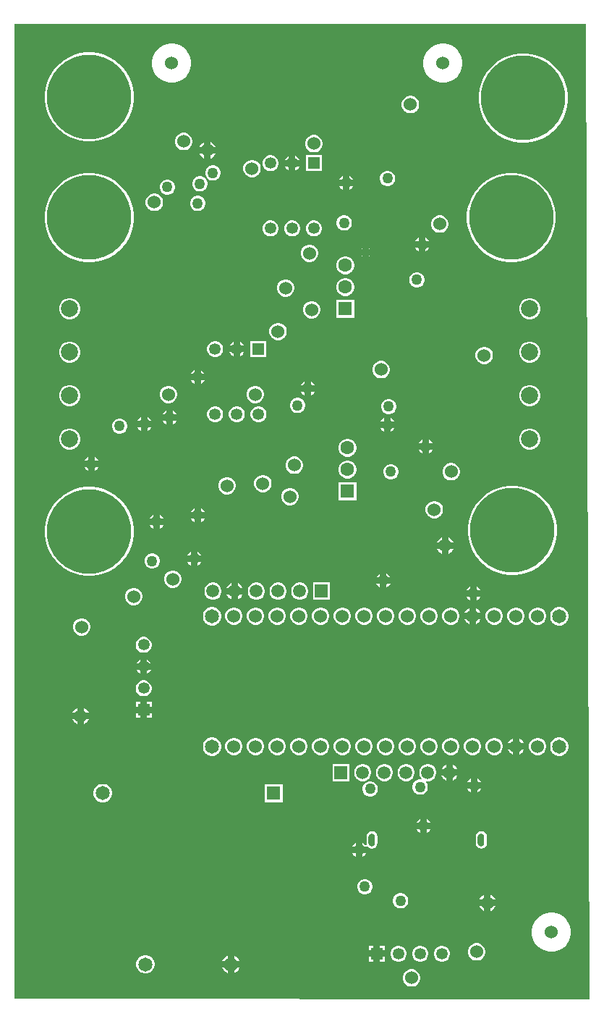
<source format=gbr>
%TF.GenerationSoftware,Altium Limited,Altium Designer,23.4.1 (23)*%
G04 Layer_Physical_Order=2*
G04 Layer_Color=36540*
%FSLAX26Y26*%
%MOIN*%
%TF.SameCoordinates,99C6BA0F-0D9B-4297-A223-D59900673BD4*%
%TF.FilePolarity,Positive*%
%TF.FileFunction,Copper,L2,Inr,Signal*%
%TF.Part,Single*%
G01*
G75*
%TA.AperFunction,ComponentPad*%
%ADD19C,0.060000*%
%ADD20C,0.078740*%
%TA.AperFunction,ViaPad*%
%ADD21C,0.060000*%
%TA.AperFunction,ComponentPad*%
%ADD22C,0.064961*%
%ADD24C,0.389764*%
%ADD25C,0.053150*%
%ADD26R,0.053150X0.053150*%
%ADD27O,0.030000X0.060000*%
%ADD28R,0.053150X0.053150*%
%ADD29C,0.059055*%
%ADD30C,0.062992*%
%ADD31R,0.064961X0.064961*%
%ADD32R,0.062992X0.062992*%
%ADD33R,0.059055X0.059055*%
%TA.AperFunction,ViaPad*%
%ADD34C,0.050000*%
%ADD35C,0.030000*%
G36*
X6274988Y3593545D02*
X6271455Y3590007D01*
X3625000Y3595000D01*
Y8079981D01*
X6259981D01*
X6274988Y3593545D01*
D02*
G37*
%LPC*%
G36*
X5608864Y7990000D02*
X5591136D01*
X5573748Y7986541D01*
X5557369Y7979757D01*
X5542628Y7969908D01*
X5530092Y7957372D01*
X5520243Y7942631D01*
X5513459Y7926252D01*
X5510000Y7908864D01*
Y7891136D01*
X5513459Y7873748D01*
X5520243Y7857369D01*
X5530092Y7842628D01*
X5542628Y7830092D01*
X5557369Y7820243D01*
X5573748Y7813459D01*
X5591136Y7810000D01*
X5608864D01*
X5626252Y7813459D01*
X5642631Y7820243D01*
X5657372Y7830092D01*
X5669908Y7842628D01*
X5679757Y7857369D01*
X5686541Y7873748D01*
X5690000Y7891136D01*
Y7908864D01*
X5686541Y7926252D01*
X5679757Y7942631D01*
X5669908Y7957372D01*
X5657372Y7969908D01*
X5642631Y7979757D01*
X5626252Y7986541D01*
X5608864Y7990000D01*
D02*
G37*
G36*
X4358864D02*
X4341136D01*
X4323748Y7986541D01*
X4307369Y7979757D01*
X4292628Y7969908D01*
X4280092Y7957372D01*
X4270243Y7942631D01*
X4263459Y7926252D01*
X4260000Y7908864D01*
Y7891136D01*
X4263459Y7873748D01*
X4270243Y7857369D01*
X4280092Y7842628D01*
X4292628Y7830092D01*
X4307369Y7820243D01*
X4323748Y7813459D01*
X4341136Y7810000D01*
X4358864D01*
X4376252Y7813459D01*
X4392631Y7820243D01*
X4407372Y7830092D01*
X4419908Y7842628D01*
X4429757Y7857369D01*
X4436541Y7873748D01*
X4440000Y7891136D01*
Y7908864D01*
X4436541Y7926252D01*
X4429757Y7942631D01*
X4419908Y7957372D01*
X4407372Y7969908D01*
X4392631Y7979757D01*
X4376252Y7986541D01*
X4358864Y7990000D01*
D02*
G37*
G36*
X5455266Y7750000D02*
X5444734D01*
X5434561Y7747274D01*
X5425439Y7742008D01*
X5417992Y7734561D01*
X5412726Y7725439D01*
X5410000Y7715266D01*
Y7704734D01*
X5412726Y7694561D01*
X5417992Y7685439D01*
X5425439Y7677992D01*
X5434561Y7672726D01*
X5444734Y7670000D01*
X5455266D01*
X5465439Y7672726D01*
X5474561Y7677992D01*
X5482008Y7685439D01*
X5487274Y7694561D01*
X5490000Y7704734D01*
Y7715266D01*
X5487274Y7725439D01*
X5482008Y7734561D01*
X5474561Y7742008D01*
X5465439Y7747274D01*
X5455266Y7750000D01*
D02*
G37*
G36*
X3983429Y7949882D02*
X3956571D01*
X3929944Y7946376D01*
X3904002Y7939425D01*
X3879189Y7929147D01*
X3855930Y7915719D01*
X3834622Y7899369D01*
X3815631Y7880378D01*
X3799281Y7859070D01*
X3785853Y7835811D01*
X3775575Y7810998D01*
X3768624Y7785056D01*
X3765118Y7758429D01*
Y7731571D01*
X3768624Y7704944D01*
X3775575Y7679002D01*
X3785853Y7654189D01*
X3799281Y7630930D01*
X3815631Y7609622D01*
X3834622Y7590631D01*
X3855930Y7574281D01*
X3879189Y7560853D01*
X3904002Y7550575D01*
X3929944Y7543624D01*
X3956571Y7540118D01*
X3983429D01*
X4010056Y7543624D01*
X4035998Y7550575D01*
X4060811Y7560853D01*
X4084070Y7574281D01*
X4105378Y7590631D01*
X4124369Y7609622D01*
X4140719Y7630930D01*
X4154147Y7654189D01*
X4164425Y7679002D01*
X4171376Y7704944D01*
X4174882Y7731571D01*
Y7758429D01*
X4171376Y7785056D01*
X4164425Y7810998D01*
X4154147Y7835811D01*
X4140719Y7859070D01*
X4124369Y7880378D01*
X4105378Y7899369D01*
X4084070Y7915719D01*
X4060811Y7929147D01*
X4035998Y7939425D01*
X4010056Y7946376D01*
X3983429Y7949882D01*
D02*
G37*
G36*
X5983429Y7944882D02*
X5956571D01*
X5929944Y7941376D01*
X5904002Y7934425D01*
X5879189Y7924147D01*
X5855930Y7910719D01*
X5834622Y7894369D01*
X5815631Y7875378D01*
X5799281Y7854070D01*
X5785853Y7830811D01*
X5775575Y7805998D01*
X5768624Y7780056D01*
X5765118Y7753429D01*
Y7726571D01*
X5768624Y7699944D01*
X5775575Y7674002D01*
X5785853Y7649189D01*
X5799281Y7625930D01*
X5815631Y7604622D01*
X5834622Y7585631D01*
X5855930Y7569281D01*
X5879189Y7555853D01*
X5904002Y7545575D01*
X5929944Y7538624D01*
X5956571Y7535118D01*
X5983429D01*
X6010056Y7538624D01*
X6035998Y7545575D01*
X6060811Y7555853D01*
X6084070Y7569281D01*
X6105378Y7585631D01*
X6124369Y7604622D01*
X6140719Y7625930D01*
X6154147Y7649189D01*
X6164425Y7674002D01*
X6171376Y7699944D01*
X6174882Y7726571D01*
Y7753429D01*
X6171376Y7780056D01*
X6164425Y7805998D01*
X6154147Y7830811D01*
X6140719Y7854070D01*
X6124369Y7875378D01*
X6105378Y7894369D01*
X6084070Y7910719D01*
X6060811Y7924147D01*
X6035998Y7934425D01*
X6010056Y7941376D01*
X5983429Y7944882D01*
D02*
G37*
G36*
X4530000Y7537392D02*
Y7515000D01*
X4552392D01*
X4552274Y7515439D01*
X4547008Y7524561D01*
X4539561Y7532008D01*
X4530439Y7537274D01*
X4530000Y7537392D01*
D02*
G37*
G36*
X4500000D02*
X4499561Y7537274D01*
X4490439Y7532008D01*
X4482992Y7524561D01*
X4477726Y7515439D01*
X4477608Y7515000D01*
X4500000D01*
Y7537392D01*
D02*
G37*
G36*
X4410266Y7580000D02*
X4399734D01*
X4389561Y7577274D01*
X4380439Y7572008D01*
X4372992Y7564561D01*
X4367726Y7555439D01*
X4365000Y7545266D01*
Y7534734D01*
X4367726Y7524561D01*
X4372992Y7515439D01*
X4380439Y7507992D01*
X4389561Y7502726D01*
X4399734Y7500000D01*
X4410266D01*
X4420439Y7502726D01*
X4429561Y7507992D01*
X4437008Y7515439D01*
X4442274Y7524561D01*
X4445000Y7534734D01*
Y7545266D01*
X4442274Y7555439D01*
X4437008Y7564561D01*
X4429561Y7572008D01*
X4420439Y7577274D01*
X4410266Y7580000D01*
D02*
G37*
G36*
X5010266Y7570000D02*
X4999734D01*
X4989561Y7567274D01*
X4980439Y7562008D01*
X4972992Y7554561D01*
X4967726Y7545439D01*
X4965000Y7535266D01*
Y7524734D01*
X4967726Y7514561D01*
X4972992Y7505439D01*
X4980439Y7497992D01*
X4989561Y7492726D01*
X4999734Y7490000D01*
X5010266D01*
X5020439Y7492726D01*
X5029561Y7497992D01*
X5037008Y7505439D01*
X5042274Y7514561D01*
X5045000Y7524734D01*
Y7535266D01*
X5042274Y7545439D01*
X5037008Y7554561D01*
X5029561Y7562008D01*
X5020439Y7567274D01*
X5010266Y7570000D01*
D02*
G37*
G36*
X4552392Y7485000D02*
X4530000D01*
Y7462608D01*
X4530439Y7462726D01*
X4539561Y7467992D01*
X4547008Y7475439D01*
X4552274Y7484561D01*
X4552392Y7485000D01*
D02*
G37*
G36*
X4500000D02*
X4477608D01*
X4477726Y7484561D01*
X4482992Y7475439D01*
X4490439Y7467992D01*
X4499561Y7462726D01*
X4500000Y7462608D01*
Y7485000D01*
D02*
G37*
G36*
X4920000Y7473573D02*
Y7455000D01*
X4938573D01*
X4934267Y7462458D01*
X4927458Y7469267D01*
X4920000Y7473573D01*
D02*
G37*
G36*
X4890000D02*
X4882542Y7469267D01*
X4875733Y7462458D01*
X4871427Y7455000D01*
X4890000D01*
Y7473573D01*
D02*
G37*
G36*
X4938573Y7425000D02*
X4920000D01*
Y7406427D01*
X4927458Y7410733D01*
X4934267Y7417542D01*
X4938573Y7425000D01*
D02*
G37*
G36*
X4890000D02*
X4871427D01*
X4875733Y7417542D01*
X4882542Y7410733D01*
X4890000Y7406427D01*
Y7425000D01*
D02*
G37*
G36*
X5041575Y7476575D02*
X4968425D01*
Y7403425D01*
X5041575D01*
Y7476575D01*
D02*
G37*
G36*
X4809815D02*
X4800185D01*
X4790883Y7474082D01*
X4782542Y7469267D01*
X4775733Y7462458D01*
X4770918Y7454117D01*
X4768425Y7444815D01*
Y7435185D01*
X4770918Y7425883D01*
X4775733Y7417542D01*
X4782542Y7410733D01*
X4790883Y7405918D01*
X4800185Y7403425D01*
X4809815D01*
X4819117Y7405918D01*
X4827458Y7410733D01*
X4834267Y7417542D01*
X4839082Y7425883D01*
X4841575Y7435185D01*
Y7444815D01*
X4839082Y7454117D01*
X4834267Y7462458D01*
X4827458Y7469267D01*
X4819117Y7474082D01*
X4809815Y7476575D01*
D02*
G37*
G36*
X4725266Y7455000D02*
X4714734D01*
X4704561Y7452274D01*
X4695439Y7447008D01*
X4687992Y7439561D01*
X4682726Y7430439D01*
X4680000Y7420266D01*
Y7409734D01*
X4682726Y7399561D01*
X4687992Y7390439D01*
X4695439Y7382992D01*
X4704561Y7377726D01*
X4714734Y7375000D01*
X4725266D01*
X4735439Y7377726D01*
X4744561Y7382992D01*
X4752008Y7390439D01*
X4757274Y7399561D01*
X4760000Y7409734D01*
Y7420266D01*
X4757274Y7430439D01*
X4752008Y7439561D01*
X4744561Y7447008D01*
X4735439Y7452274D01*
X4725266Y7455000D01*
D02*
G37*
G36*
X5170000Y7381754D02*
Y7365000D01*
X5186754D01*
X5183007Y7371490D01*
X5176490Y7378007D01*
X5170000Y7381754D01*
D02*
G37*
G36*
X5140000D02*
X5133510Y7378007D01*
X5126993Y7371490D01*
X5123246Y7365000D01*
X5140000D01*
Y7381754D01*
D02*
G37*
G36*
X4544608Y7430000D02*
X4535392D01*
X4526490Y7427615D01*
X4518510Y7423007D01*
X4511993Y7416490D01*
X4507385Y7408510D01*
X4505000Y7399608D01*
Y7390392D01*
X4507385Y7381490D01*
X4511993Y7373510D01*
X4518510Y7366993D01*
X4526490Y7362385D01*
X4535392Y7360000D01*
X4544608D01*
X4553510Y7362385D01*
X4561490Y7366993D01*
X4568007Y7373510D01*
X4572615Y7381490D01*
X4575000Y7390392D01*
Y7399608D01*
X4572615Y7408510D01*
X4568007Y7416490D01*
X4561490Y7423007D01*
X4553510Y7427615D01*
X4544608Y7430000D01*
D02*
G37*
G36*
X5349608Y7405000D02*
X5340392D01*
X5331490Y7402615D01*
X5323510Y7398007D01*
X5316993Y7391490D01*
X5312385Y7383510D01*
X5310000Y7374608D01*
Y7365392D01*
X5312385Y7356490D01*
X5316993Y7348510D01*
X5323510Y7341993D01*
X5331490Y7337385D01*
X5340392Y7335000D01*
X5349608D01*
X5358510Y7337385D01*
X5366490Y7341993D01*
X5373007Y7348510D01*
X5377615Y7356490D01*
X5380000Y7365392D01*
Y7374608D01*
X5377615Y7383510D01*
X5373007Y7391490D01*
X5366490Y7398007D01*
X5358510Y7402615D01*
X5349608Y7405000D01*
D02*
G37*
G36*
X5186754Y7335000D02*
X5170000D01*
Y7318246D01*
X5176490Y7321993D01*
X5183007Y7328510D01*
X5186754Y7335000D01*
D02*
G37*
G36*
X5140000D02*
X5123246D01*
X5126993Y7328510D01*
X5133510Y7321993D01*
X5140000Y7318246D01*
Y7335000D01*
D02*
G37*
G36*
X4484608Y7380000D02*
X4475392D01*
X4466490Y7377615D01*
X4458510Y7373007D01*
X4451993Y7366490D01*
X4447385Y7358510D01*
X4445000Y7349608D01*
Y7340392D01*
X4447385Y7331490D01*
X4451993Y7323510D01*
X4458510Y7316993D01*
X4466490Y7312385D01*
X4475392Y7310000D01*
X4484608D01*
X4493510Y7312385D01*
X4501490Y7316993D01*
X4508007Y7323510D01*
X4512615Y7331490D01*
X4515000Y7340392D01*
Y7349608D01*
X4512615Y7358510D01*
X4508007Y7366490D01*
X4501490Y7373007D01*
X4493510Y7377615D01*
X4484608Y7380000D01*
D02*
G37*
G36*
X4334608Y7365000D02*
X4325392D01*
X4316490Y7362615D01*
X4308510Y7358007D01*
X4301993Y7351490D01*
X4297385Y7343510D01*
X4295000Y7334608D01*
Y7325392D01*
X4297385Y7316490D01*
X4301993Y7308510D01*
X4308510Y7301993D01*
X4316490Y7297385D01*
X4325392Y7295000D01*
X4334608D01*
X4343510Y7297385D01*
X4351490Y7301993D01*
X4358007Y7308510D01*
X4362615Y7316490D01*
X4365000Y7325392D01*
Y7334608D01*
X4362615Y7343510D01*
X4358007Y7351490D01*
X4351490Y7358007D01*
X4343510Y7362615D01*
X4334608Y7365000D01*
D02*
G37*
G36*
X4474608Y7290000D02*
X4465392D01*
X4456490Y7287615D01*
X4448510Y7283007D01*
X4441993Y7276490D01*
X4437385Y7268510D01*
X4435000Y7259608D01*
Y7250392D01*
X4437385Y7241490D01*
X4441993Y7233510D01*
X4448510Y7226993D01*
X4456490Y7222385D01*
X4465392Y7220000D01*
X4474608D01*
X4483510Y7222385D01*
X4491490Y7226993D01*
X4498007Y7233510D01*
X4502615Y7241490D01*
X4505000Y7250392D01*
Y7259608D01*
X4502615Y7268510D01*
X4498007Y7276490D01*
X4491490Y7283007D01*
X4483510Y7287615D01*
X4474608Y7290000D01*
D02*
G37*
G36*
X4275266Y7300000D02*
X4264734D01*
X4254561Y7297274D01*
X4245439Y7292008D01*
X4237992Y7284561D01*
X4232726Y7275439D01*
X4230000Y7265266D01*
Y7254734D01*
X4232726Y7244561D01*
X4237992Y7235439D01*
X4245439Y7227992D01*
X4254561Y7222726D01*
X4264734Y7220000D01*
X4275266D01*
X4285439Y7222726D01*
X4294561Y7227992D01*
X4302008Y7235439D01*
X4307274Y7244561D01*
X4310000Y7254734D01*
Y7265266D01*
X4307274Y7275439D01*
X4302008Y7284561D01*
X4294561Y7292008D01*
X4285439Y7297274D01*
X4275266Y7300000D01*
D02*
G37*
G36*
X5149608Y7200000D02*
X5140392D01*
X5131490Y7197615D01*
X5123510Y7193007D01*
X5116993Y7186490D01*
X5112385Y7178510D01*
X5110000Y7169608D01*
Y7160392D01*
X5112385Y7151490D01*
X5116993Y7143510D01*
X5123510Y7136993D01*
X5131490Y7132385D01*
X5140392Y7130000D01*
X5149608D01*
X5158510Y7132385D01*
X5166490Y7136993D01*
X5173007Y7143510D01*
X5177615Y7151490D01*
X5180000Y7160392D01*
Y7169608D01*
X5177615Y7178510D01*
X5173007Y7186490D01*
X5166490Y7193007D01*
X5158510Y7197615D01*
X5149608Y7200000D01*
D02*
G37*
G36*
X5590266D02*
X5579734D01*
X5569561Y7197274D01*
X5560439Y7192008D01*
X5552992Y7184561D01*
X5547726Y7175439D01*
X5545000Y7165266D01*
Y7154734D01*
X5547726Y7144561D01*
X5552992Y7135439D01*
X5560439Y7127992D01*
X5569561Y7122726D01*
X5579734Y7120000D01*
X5590266D01*
X5600439Y7122726D01*
X5609561Y7127992D01*
X5617008Y7135439D01*
X5622274Y7144561D01*
X5625000Y7154734D01*
Y7165266D01*
X5622274Y7175439D01*
X5617008Y7184561D01*
X5609561Y7192008D01*
X5600439Y7197274D01*
X5590266Y7200000D01*
D02*
G37*
G36*
X5009815Y7176575D02*
X5000185D01*
X4990883Y7174082D01*
X4982542Y7169267D01*
X4975733Y7162458D01*
X4970918Y7154117D01*
X4968425Y7144815D01*
Y7135185D01*
X4970918Y7125883D01*
X4975733Y7117542D01*
X4982542Y7110733D01*
X4990883Y7105918D01*
X5000185Y7103425D01*
X5009815D01*
X5019117Y7105918D01*
X5027458Y7110733D01*
X5034267Y7117542D01*
X5039082Y7125883D01*
X5041575Y7135185D01*
Y7144815D01*
X5039082Y7154117D01*
X5034267Y7162458D01*
X5027458Y7169267D01*
X5019117Y7174082D01*
X5009815Y7176575D01*
D02*
G37*
G36*
X4909815D02*
X4900185D01*
X4890883Y7174082D01*
X4882542Y7169267D01*
X4875733Y7162458D01*
X4870918Y7154117D01*
X4868425Y7144815D01*
Y7135185D01*
X4870918Y7125883D01*
X4875733Y7117542D01*
X4882542Y7110733D01*
X4890883Y7105918D01*
X4900185Y7103425D01*
X4909815D01*
X4919117Y7105918D01*
X4927458Y7110733D01*
X4934267Y7117542D01*
X4939082Y7125883D01*
X4941575Y7135185D01*
Y7144815D01*
X4939082Y7154117D01*
X4934267Y7162458D01*
X4927458Y7169267D01*
X4919117Y7174082D01*
X4909815Y7176575D01*
D02*
G37*
G36*
X4809815D02*
X4800185D01*
X4790883Y7174082D01*
X4782542Y7169267D01*
X4775733Y7162458D01*
X4770918Y7154117D01*
X4768425Y7144815D01*
Y7135185D01*
X4770918Y7125883D01*
X4775733Y7117542D01*
X4782542Y7110733D01*
X4790883Y7105918D01*
X4800185Y7103425D01*
X4809815D01*
X4819117Y7105918D01*
X4827458Y7110733D01*
X4834267Y7117542D01*
X4839082Y7125883D01*
X4841575Y7135185D01*
Y7144815D01*
X4839082Y7154117D01*
X4834267Y7162458D01*
X4827458Y7169267D01*
X4819117Y7174082D01*
X4809815Y7176575D01*
D02*
G37*
G36*
X5520000Y7096754D02*
Y7080000D01*
X5536754D01*
X5533007Y7086490D01*
X5526490Y7093007D01*
X5520000Y7096754D01*
D02*
G37*
G36*
X5490000D02*
X5483510Y7093007D01*
X5476993Y7086490D01*
X5473246Y7080000D01*
X5490000D01*
Y7096754D01*
D02*
G37*
G36*
X5260000Y7050355D02*
Y7045000D01*
X5265355D01*
X5260000Y7050355D01*
D02*
G37*
G36*
X5230000D02*
X5224645Y7045000D01*
X5230000D01*
Y7050355D01*
D02*
G37*
G36*
X5536754Y7050000D02*
X5520000D01*
Y7033246D01*
X5526490Y7036993D01*
X5533007Y7043510D01*
X5536754Y7050000D01*
D02*
G37*
G36*
X5490000D02*
X5473246D01*
X5476993Y7043510D01*
X5483510Y7036993D01*
X5490000Y7033246D01*
Y7050000D01*
D02*
G37*
G36*
X5265355Y7015000D02*
X5260000D01*
Y7009645D01*
X5265355Y7015000D01*
D02*
G37*
G36*
X5230000D02*
X5224645D01*
X5230000Y7009645D01*
Y7015000D01*
D02*
G37*
G36*
X5928429Y7394882D02*
X5901571D01*
X5874944Y7391376D01*
X5849002Y7384425D01*
X5824189Y7374147D01*
X5800930Y7360719D01*
X5779622Y7344369D01*
X5760631Y7325378D01*
X5744281Y7304070D01*
X5730853Y7280811D01*
X5720575Y7255998D01*
X5713624Y7230056D01*
X5710118Y7203429D01*
Y7176571D01*
X5713624Y7149944D01*
X5720575Y7124002D01*
X5730853Y7099189D01*
X5744281Y7075930D01*
X5760631Y7054622D01*
X5779622Y7035631D01*
X5800930Y7019281D01*
X5824189Y7005853D01*
X5849002Y6995575D01*
X5874944Y6988624D01*
X5901571Y6985118D01*
X5928429D01*
X5955056Y6988624D01*
X5980998Y6995575D01*
X6005811Y7005853D01*
X6029070Y7019281D01*
X6050378Y7035631D01*
X6069369Y7054622D01*
X6085719Y7075930D01*
X6099147Y7099189D01*
X6109425Y7124002D01*
X6116376Y7149944D01*
X6119882Y7176571D01*
Y7203429D01*
X6116376Y7230056D01*
X6109425Y7255998D01*
X6099147Y7280811D01*
X6085719Y7304070D01*
X6069369Y7325378D01*
X6050378Y7344369D01*
X6029070Y7360719D01*
X6005811Y7374147D01*
X5980998Y7384425D01*
X5955056Y7391376D01*
X5928429Y7394882D01*
D02*
G37*
G36*
X3983429D02*
X3956571D01*
X3929944Y7391376D01*
X3904002Y7384425D01*
X3879189Y7374147D01*
X3855930Y7360719D01*
X3834622Y7344369D01*
X3815631Y7325378D01*
X3799281Y7304070D01*
X3785853Y7280811D01*
X3775575Y7255998D01*
X3768624Y7230056D01*
X3765118Y7203429D01*
Y7176571D01*
X3768624Y7149944D01*
X3775575Y7124002D01*
X3785853Y7099189D01*
X3799281Y7075930D01*
X3815631Y7054622D01*
X3834622Y7035631D01*
X3855930Y7019281D01*
X3879189Y7005853D01*
X3904002Y6995575D01*
X3929944Y6988624D01*
X3956571Y6985118D01*
X3983429D01*
X4010056Y6988624D01*
X4035998Y6995575D01*
X4060811Y7005853D01*
X4084070Y7019281D01*
X4105378Y7035631D01*
X4124369Y7054622D01*
X4140719Y7075930D01*
X4154147Y7099189D01*
X4164425Y7124002D01*
X4171376Y7149944D01*
X4174882Y7176571D01*
Y7203429D01*
X4171376Y7230056D01*
X4164425Y7255998D01*
X4154147Y7280811D01*
X4140719Y7304070D01*
X4124369Y7325378D01*
X4105378Y7344369D01*
X4084070Y7360719D01*
X4060811Y7374147D01*
X4035998Y7384425D01*
X4010056Y7391376D01*
X3983429Y7394882D01*
D02*
G37*
G36*
X4990266Y7065000D02*
X4979734D01*
X4969561Y7062274D01*
X4960439Y7057008D01*
X4952992Y7049561D01*
X4947726Y7040439D01*
X4945000Y7030266D01*
Y7019734D01*
X4947726Y7009561D01*
X4952992Y7000439D01*
X4960439Y6992992D01*
X4969561Y6987726D01*
X4979734Y6985000D01*
X4990266D01*
X5000439Y6987726D01*
X5009561Y6992992D01*
X5017008Y7000439D01*
X5022274Y7009561D01*
X5025000Y7019734D01*
Y7030266D01*
X5022274Y7040439D01*
X5017008Y7049561D01*
X5009561Y7057008D01*
X5000439Y7062274D01*
X4990266Y7065000D01*
D02*
G37*
G36*
X5155463Y7011496D02*
X5144537D01*
X5133983Y7008668D01*
X5124521Y7003205D01*
X5116795Y6995479D01*
X5111332Y6986017D01*
X5108504Y6975463D01*
Y6964537D01*
X5111332Y6953983D01*
X5116795Y6944521D01*
X5124521Y6936795D01*
X5133983Y6931332D01*
X5144537Y6928504D01*
X5155463D01*
X5166017Y6931332D01*
X5175479Y6936795D01*
X5183205Y6944521D01*
X5188668Y6953983D01*
X5191496Y6964537D01*
Y6975463D01*
X5188668Y6986017D01*
X5183205Y6995479D01*
X5175479Y7003205D01*
X5166017Y7008668D01*
X5155463Y7011496D01*
D02*
G37*
G36*
X5483835Y6938154D02*
X5474619D01*
X5465717Y6935769D01*
X5457736Y6931162D01*
X5451220Y6924645D01*
X5446612Y6916664D01*
X5444227Y6907762D01*
Y6898547D01*
X5446612Y6889645D01*
X5451220Y6881664D01*
X5457736Y6875148D01*
X5465717Y6870540D01*
X5474619Y6868154D01*
X5483835D01*
X5492736Y6870540D01*
X5500717Y6875148D01*
X5507234Y6881664D01*
X5511842Y6889645D01*
X5514227Y6898547D01*
Y6907762D01*
X5511842Y6916664D01*
X5507234Y6924645D01*
X5500717Y6931162D01*
X5492736Y6935769D01*
X5483835Y6938154D01*
D02*
G37*
G36*
X5155463Y6911496D02*
X5144537D01*
X5133983Y6908668D01*
X5124521Y6903205D01*
X5116795Y6895479D01*
X5111332Y6886017D01*
X5108504Y6875463D01*
Y6864537D01*
X5111332Y6853983D01*
X5116795Y6844521D01*
X5124521Y6836795D01*
X5133983Y6831332D01*
X5144537Y6828504D01*
X5155463D01*
X5166017Y6831332D01*
X5175479Y6836795D01*
X5183205Y6844521D01*
X5188668Y6853983D01*
X5191496Y6864537D01*
Y6875463D01*
X5188668Y6886017D01*
X5183205Y6895479D01*
X5175479Y6903205D01*
X5166017Y6908668D01*
X5155463Y6911496D01*
D02*
G37*
G36*
X4880266Y6905000D02*
X4869734D01*
X4859561Y6902274D01*
X4850439Y6897008D01*
X4842992Y6889561D01*
X4837726Y6880439D01*
X4835000Y6870266D01*
Y6859734D01*
X4837726Y6849561D01*
X4842992Y6840439D01*
X4850439Y6832992D01*
X4859561Y6827726D01*
X4869734Y6825000D01*
X4880266D01*
X4890439Y6827726D01*
X4899561Y6832992D01*
X4907008Y6840439D01*
X4912274Y6849561D01*
X4915000Y6859734D01*
Y6870266D01*
X4912274Y6880439D01*
X4907008Y6889561D01*
X4899561Y6897008D01*
X4890439Y6902274D01*
X4880266Y6905000D01*
D02*
G37*
G36*
X5191496Y6811496D02*
X5108504D01*
Y6728504D01*
X5191496D01*
Y6811496D01*
D02*
G37*
G36*
X5000266Y6805000D02*
X4989734D01*
X4979561Y6802274D01*
X4970439Y6797008D01*
X4962992Y6789561D01*
X4957726Y6780439D01*
X4955000Y6770266D01*
Y6759734D01*
X4957726Y6749561D01*
X4962992Y6740439D01*
X4970439Y6732992D01*
X4979561Y6727726D01*
X4989734Y6725000D01*
X5000266D01*
X5010439Y6727726D01*
X5019561Y6732992D01*
X5027008Y6740439D01*
X5032274Y6749561D01*
X5035000Y6759734D01*
Y6770266D01*
X5032274Y6780439D01*
X5027008Y6789561D01*
X5019561Y6797008D01*
X5010439Y6802274D01*
X5000266Y6805000D01*
D02*
G37*
G36*
X6006500Y6819370D02*
X5993500D01*
X5980944Y6816006D01*
X5969686Y6809506D01*
X5960494Y6800314D01*
X5953994Y6789056D01*
X5950630Y6776500D01*
Y6763500D01*
X5953994Y6750944D01*
X5960494Y6739686D01*
X5969686Y6730494D01*
X5980944Y6723994D01*
X5993500Y6720630D01*
X6006500D01*
X6019056Y6723994D01*
X6030314Y6730494D01*
X6039506Y6739686D01*
X6046006Y6750944D01*
X6049370Y6763500D01*
Y6776500D01*
X6046006Y6789056D01*
X6039506Y6800314D01*
X6030314Y6809506D01*
X6019056Y6816006D01*
X6006500Y6819370D01*
D02*
G37*
G36*
X3886500D02*
X3873500D01*
X3860944Y6816006D01*
X3849686Y6809506D01*
X3840494Y6800314D01*
X3833994Y6789056D01*
X3830630Y6776500D01*
Y6763500D01*
X3833994Y6750944D01*
X3840494Y6739686D01*
X3849686Y6730494D01*
X3860944Y6723994D01*
X3873500Y6720630D01*
X3886500D01*
X3899056Y6723994D01*
X3910314Y6730494D01*
X3919506Y6739686D01*
X3926006Y6750944D01*
X3929370Y6763500D01*
Y6776500D01*
X3926006Y6789056D01*
X3919506Y6800314D01*
X3910314Y6809506D01*
X3899056Y6816006D01*
X3886500Y6819370D01*
D02*
G37*
G36*
X4845266Y6705000D02*
X4834734D01*
X4824561Y6702274D01*
X4815439Y6697008D01*
X4807992Y6689561D01*
X4802726Y6680439D01*
X4800000Y6670266D01*
Y6659734D01*
X4802726Y6649561D01*
X4807992Y6640439D01*
X4815439Y6632992D01*
X4824561Y6627726D01*
X4834734Y6625000D01*
X4845266D01*
X4855439Y6627726D01*
X4864561Y6632992D01*
X4872008Y6640439D01*
X4877274Y6649561D01*
X4880000Y6659734D01*
Y6670266D01*
X4877274Y6680439D01*
X4872008Y6689561D01*
X4864561Y6697008D01*
X4855439Y6702274D01*
X4845266Y6705000D01*
D02*
G37*
G36*
X4665000Y6618573D02*
Y6600000D01*
X4683573D01*
X4679267Y6607458D01*
X4672458Y6614267D01*
X4665000Y6618573D01*
D02*
G37*
G36*
X4635000D02*
X4627542Y6614267D01*
X4620733Y6607458D01*
X4616427Y6600000D01*
X4635000D01*
Y6618573D01*
D02*
G37*
G36*
X4683573Y6570000D02*
X4665000D01*
Y6551427D01*
X4672458Y6555733D01*
X4679267Y6562542D01*
X4683573Y6570000D01*
D02*
G37*
G36*
X4635000D02*
X4616427D01*
X4620733Y6562542D01*
X4627542Y6555733D01*
X4635000Y6551427D01*
Y6570000D01*
D02*
G37*
G36*
X4786575Y6621575D02*
X4713425D01*
Y6548425D01*
X4786575D01*
Y6621575D01*
D02*
G37*
G36*
X4554815D02*
X4545185D01*
X4535883Y6619082D01*
X4527542Y6614267D01*
X4520733Y6607458D01*
X4515918Y6599117D01*
X4513425Y6589815D01*
Y6580185D01*
X4515918Y6570883D01*
X4520733Y6562542D01*
X4527542Y6555733D01*
X4535883Y6550918D01*
X4545185Y6548425D01*
X4554815D01*
X4564117Y6550918D01*
X4572458Y6555733D01*
X4579267Y6562542D01*
X4584082Y6570883D01*
X4586575Y6580185D01*
Y6589815D01*
X4584082Y6599117D01*
X4579267Y6607458D01*
X4572458Y6614267D01*
X4564117Y6619082D01*
X4554815Y6621575D01*
D02*
G37*
G36*
X6006500Y6619370D02*
X5993500D01*
X5980944Y6616006D01*
X5969686Y6609506D01*
X5960494Y6600314D01*
X5953994Y6589056D01*
X5950630Y6576500D01*
Y6563500D01*
X5953994Y6550944D01*
X5960494Y6539686D01*
X5969686Y6530494D01*
X5980944Y6523994D01*
X5993500Y6520630D01*
X6006500D01*
X6019056Y6523994D01*
X6030314Y6530494D01*
X6039506Y6539686D01*
X6046006Y6550944D01*
X6049370Y6563500D01*
Y6576500D01*
X6046006Y6589056D01*
X6039506Y6600314D01*
X6030314Y6609506D01*
X6019056Y6616006D01*
X6006500Y6619370D01*
D02*
G37*
G36*
X3886500D02*
X3873500D01*
X3860944Y6616006D01*
X3849686Y6609506D01*
X3840494Y6600314D01*
X3833994Y6589056D01*
X3830630Y6576500D01*
Y6563500D01*
X3833994Y6550944D01*
X3840494Y6539686D01*
X3849686Y6530494D01*
X3860944Y6523994D01*
X3873500Y6520630D01*
X3886500D01*
X3899056Y6523994D01*
X3910314Y6530494D01*
X3919506Y6539686D01*
X3926006Y6550944D01*
X3929370Y6563500D01*
Y6576500D01*
X3926006Y6589056D01*
X3919506Y6600314D01*
X3910314Y6609506D01*
X3899056Y6616006D01*
X3886500Y6619370D01*
D02*
G37*
G36*
X5795266Y6595000D02*
X5784734D01*
X5774561Y6592274D01*
X5765439Y6587008D01*
X5757992Y6579561D01*
X5752726Y6570439D01*
X5750000Y6560266D01*
Y6549734D01*
X5752726Y6539561D01*
X5757992Y6530439D01*
X5765439Y6522992D01*
X5774561Y6517726D01*
X5784734Y6515000D01*
X5795266D01*
X5805439Y6517726D01*
X5814561Y6522992D01*
X5822008Y6530439D01*
X5827274Y6539561D01*
X5830000Y6549734D01*
Y6560266D01*
X5827274Y6570439D01*
X5822008Y6579561D01*
X5814561Y6587008D01*
X5805439Y6592274D01*
X5795266Y6595000D01*
D02*
G37*
G36*
X4483849Y6489042D02*
Y6472288D01*
X4500604D01*
X4496856Y6478778D01*
X4490340Y6485295D01*
X4483849Y6489042D01*
D02*
G37*
G36*
X4453849D02*
X4447359Y6485295D01*
X4440842Y6478778D01*
X4437095Y6472288D01*
X4453849D01*
Y6489042D01*
D02*
G37*
G36*
X5320266Y6530000D02*
X5309734D01*
X5299561Y6527274D01*
X5290439Y6522008D01*
X5282992Y6514561D01*
X5277726Y6505439D01*
X5275000Y6495266D01*
Y6484734D01*
X5277726Y6474561D01*
X5282992Y6465439D01*
X5290439Y6457992D01*
X5299561Y6452726D01*
X5309734Y6450000D01*
X5320266D01*
X5330439Y6452726D01*
X5339561Y6457992D01*
X5347008Y6465439D01*
X5352274Y6474561D01*
X5355000Y6484734D01*
Y6495266D01*
X5352274Y6505439D01*
X5347008Y6514561D01*
X5339561Y6522008D01*
X5330439Y6527274D01*
X5320266Y6530000D01*
D02*
G37*
G36*
X4500604Y6442288D02*
X4483849D01*
Y6425534D01*
X4490340Y6429281D01*
X4496856Y6435797D01*
X4500604Y6442288D01*
D02*
G37*
G36*
X4453849D02*
X4437095D01*
X4440842Y6435797D01*
X4447359Y6429281D01*
X4453849Y6425534D01*
Y6442288D01*
D02*
G37*
G36*
X4991075Y6435679D02*
Y6418925D01*
X5007829D01*
X5004082Y6425416D01*
X4997565Y6431932D01*
X4991075Y6435679D01*
D02*
G37*
G36*
X4961075D02*
X4954584Y6431932D01*
X4948068Y6425416D01*
X4944321Y6418925D01*
X4961075D01*
Y6435679D01*
D02*
G37*
G36*
X5007829Y6388925D02*
X4991075D01*
Y6372171D01*
X4997565Y6375918D01*
X5004082Y6382435D01*
X5007829Y6388925D01*
D02*
G37*
G36*
X4961075D02*
X4944321D01*
X4948068Y6382435D01*
X4954584Y6375918D01*
X4961075Y6372171D01*
Y6388925D01*
D02*
G37*
G36*
X4740266Y6415000D02*
X4729734D01*
X4719561Y6412274D01*
X4710439Y6407008D01*
X4702992Y6399561D01*
X4697726Y6390439D01*
X4695000Y6380266D01*
Y6369734D01*
X4697726Y6359561D01*
X4702992Y6350439D01*
X4710439Y6342992D01*
X4719561Y6337726D01*
X4729734Y6335000D01*
X4740266D01*
X4750439Y6337726D01*
X4759561Y6342992D01*
X4767008Y6350439D01*
X4772274Y6359561D01*
X4775000Y6369734D01*
Y6380266D01*
X4772274Y6390439D01*
X4767008Y6399561D01*
X4759561Y6407008D01*
X4750439Y6412274D01*
X4740266Y6415000D01*
D02*
G37*
G36*
X4340266D02*
X4329734D01*
X4319561Y6412274D01*
X4310439Y6407008D01*
X4302992Y6399561D01*
X4297726Y6390439D01*
X4295000Y6380266D01*
Y6369734D01*
X4297726Y6359561D01*
X4302992Y6350439D01*
X4310439Y6342992D01*
X4319561Y6337726D01*
X4329734Y6335000D01*
X4340266D01*
X4350439Y6337726D01*
X4359561Y6342992D01*
X4367008Y6350439D01*
X4372274Y6359561D01*
X4375000Y6369734D01*
Y6380266D01*
X4372274Y6390439D01*
X4367008Y6399561D01*
X4359561Y6407008D01*
X4350439Y6412274D01*
X4340266Y6415000D01*
D02*
G37*
G36*
X6006500Y6419370D02*
X5993500D01*
X5980944Y6416006D01*
X5969686Y6409506D01*
X5960494Y6400314D01*
X5953994Y6389056D01*
X5950630Y6376500D01*
Y6363500D01*
X5953994Y6350944D01*
X5960494Y6339686D01*
X5969686Y6330494D01*
X5980944Y6323994D01*
X5993500Y6320630D01*
X6006500D01*
X6019056Y6323994D01*
X6030314Y6330494D01*
X6039506Y6339686D01*
X6046006Y6350944D01*
X6049370Y6363500D01*
Y6376500D01*
X6046006Y6389056D01*
X6039506Y6400314D01*
X6030314Y6409506D01*
X6019056Y6416006D01*
X6006500Y6419370D01*
D02*
G37*
G36*
X3886500D02*
X3873500D01*
X3860944Y6416006D01*
X3849686Y6409506D01*
X3840494Y6400314D01*
X3833994Y6389056D01*
X3830630Y6376500D01*
Y6363500D01*
X3833994Y6350944D01*
X3840494Y6339686D01*
X3849686Y6330494D01*
X3860944Y6323994D01*
X3873500Y6320630D01*
X3886500D01*
X3899056Y6323994D01*
X3910314Y6330494D01*
X3919506Y6339686D01*
X3926006Y6350944D01*
X3929370Y6363500D01*
Y6376500D01*
X3926006Y6389056D01*
X3919506Y6400314D01*
X3910314Y6409506D01*
X3899056Y6416006D01*
X3886500Y6419370D01*
D02*
G37*
G36*
X4934608Y6360000D02*
X4925392D01*
X4916490Y6357615D01*
X4908510Y6353007D01*
X4901993Y6346490D01*
X4897385Y6338510D01*
X4895000Y6329608D01*
Y6320392D01*
X4897385Y6311490D01*
X4901993Y6303510D01*
X4908510Y6296993D01*
X4916490Y6292385D01*
X4925392Y6290000D01*
X4934608D01*
X4943510Y6292385D01*
X4951490Y6296993D01*
X4958007Y6303510D01*
X4962615Y6311490D01*
X4965000Y6320392D01*
Y6329608D01*
X4962615Y6338510D01*
X4958007Y6346490D01*
X4951490Y6353007D01*
X4943510Y6357615D01*
X4934608Y6360000D01*
D02*
G37*
G36*
X5354608Y6355000D02*
X5345392D01*
X5336490Y6352615D01*
X5328510Y6348007D01*
X5321993Y6341490D01*
X5317385Y6333510D01*
X5315000Y6324608D01*
Y6315392D01*
X5317385Y6306490D01*
X5321993Y6298510D01*
X5328510Y6291993D01*
X5336490Y6287385D01*
X5345392Y6285000D01*
X5354608D01*
X5363510Y6287385D01*
X5371490Y6291993D01*
X5378007Y6298510D01*
X5382615Y6306490D01*
X5385000Y6315392D01*
Y6324608D01*
X5382615Y6333510D01*
X5378007Y6341490D01*
X5371490Y6348007D01*
X5363510Y6352615D01*
X5354608Y6355000D01*
D02*
G37*
G36*
X4355000Y6301754D02*
Y6285000D01*
X4371754D01*
X4368007Y6291490D01*
X4361490Y6298007D01*
X4355000Y6301754D01*
D02*
G37*
G36*
X4325000D02*
X4318510Y6298007D01*
X4311993Y6291490D01*
X4308246Y6285000D01*
X4325000D01*
Y6301754D01*
D02*
G37*
G36*
X4240000Y6271754D02*
Y6255000D01*
X4256754D01*
X4253007Y6261490D01*
X4246490Y6268007D01*
X4240000Y6271754D01*
D02*
G37*
G36*
X4210000D02*
X4203510Y6268007D01*
X4196993Y6261490D01*
X4193246Y6255000D01*
X4210000D01*
Y6271754D01*
D02*
G37*
G36*
X5360000Y6266754D02*
Y6250000D01*
X5376754D01*
X5373007Y6256490D01*
X5366490Y6263007D01*
X5360000Y6266754D01*
D02*
G37*
G36*
X5330000D02*
X5323510Y6263007D01*
X5316993Y6256490D01*
X5313246Y6250000D01*
X5330000D01*
Y6266754D01*
D02*
G37*
G36*
X4754815Y6321575D02*
X4745185D01*
X4735883Y6319082D01*
X4727542Y6314267D01*
X4720733Y6307458D01*
X4715918Y6299117D01*
X4713425Y6289815D01*
Y6280185D01*
X4715918Y6270883D01*
X4720733Y6262542D01*
X4727542Y6255733D01*
X4735883Y6250918D01*
X4745185Y6248425D01*
X4754815D01*
X4764117Y6250918D01*
X4772458Y6255733D01*
X4779267Y6262542D01*
X4784082Y6270883D01*
X4786575Y6280185D01*
Y6289815D01*
X4784082Y6299117D01*
X4779267Y6307458D01*
X4772458Y6314267D01*
X4764117Y6319082D01*
X4754815Y6321575D01*
D02*
G37*
G36*
X4654815D02*
X4645185D01*
X4635883Y6319082D01*
X4627542Y6314267D01*
X4620733Y6307458D01*
X4615918Y6299117D01*
X4613425Y6289815D01*
Y6280185D01*
X4615918Y6270883D01*
X4620733Y6262542D01*
X4627542Y6255733D01*
X4635883Y6250918D01*
X4645185Y6248425D01*
X4654815D01*
X4664117Y6250918D01*
X4672458Y6255733D01*
X4679267Y6262542D01*
X4684082Y6270883D01*
X4686575Y6280185D01*
Y6289815D01*
X4684082Y6299117D01*
X4679267Y6307458D01*
X4672458Y6314267D01*
X4664117Y6319082D01*
X4654815Y6321575D01*
D02*
G37*
G36*
X4554815D02*
X4545185D01*
X4535883Y6319082D01*
X4527542Y6314267D01*
X4520733Y6307458D01*
X4515918Y6299117D01*
X4513425Y6289815D01*
Y6280185D01*
X4515918Y6270883D01*
X4520733Y6262542D01*
X4527542Y6255733D01*
X4535883Y6250918D01*
X4545185Y6248425D01*
X4554815D01*
X4564117Y6250918D01*
X4572458Y6255733D01*
X4579267Y6262542D01*
X4584082Y6270883D01*
X4586575Y6280185D01*
Y6289815D01*
X4584082Y6299117D01*
X4579267Y6307458D01*
X4572458Y6314267D01*
X4564117Y6319082D01*
X4554815Y6321575D01*
D02*
G37*
G36*
X4371754Y6255000D02*
X4355000D01*
Y6238246D01*
X4361490Y6241993D01*
X4368007Y6248510D01*
X4371754Y6255000D01*
D02*
G37*
G36*
X4325000D02*
X4308246D01*
X4311993Y6248510D01*
X4318510Y6241993D01*
X4325000Y6238246D01*
Y6255000D01*
D02*
G37*
G36*
X4256754Y6225000D02*
X4240000D01*
Y6208246D01*
X4246490Y6211993D01*
X4253007Y6218510D01*
X4256754Y6225000D01*
D02*
G37*
G36*
X4210000D02*
X4193246D01*
X4196993Y6218510D01*
X4203510Y6211993D01*
X4210000Y6208246D01*
Y6225000D01*
D02*
G37*
G36*
X5376754Y6220000D02*
X5360000D01*
Y6203246D01*
X5366490Y6206993D01*
X5373007Y6213510D01*
X5376754Y6220000D01*
D02*
G37*
G36*
X5330000D02*
X5313246D01*
X5316993Y6213510D01*
X5323510Y6206993D01*
X5330000Y6203246D01*
Y6220000D01*
D02*
G37*
G36*
X4114608Y6265000D02*
X4105392D01*
X4096490Y6262615D01*
X4088510Y6258007D01*
X4081993Y6251490D01*
X4077385Y6243510D01*
X4075000Y6234608D01*
Y6225392D01*
X4077385Y6216490D01*
X4081993Y6208510D01*
X4088510Y6201993D01*
X4096490Y6197385D01*
X4105392Y6195000D01*
X4114608D01*
X4123510Y6197385D01*
X4131490Y6201993D01*
X4138007Y6208510D01*
X4142615Y6216490D01*
X4145000Y6225392D01*
Y6234608D01*
X4142615Y6243510D01*
X4138007Y6251490D01*
X4131490Y6258007D01*
X4123510Y6262615D01*
X4114608Y6265000D01*
D02*
G37*
G36*
X5535000Y6166754D02*
Y6150000D01*
X5551754D01*
X5548007Y6156490D01*
X5541490Y6163007D01*
X5535000Y6166754D01*
D02*
G37*
G36*
X5505000D02*
X5498510Y6163007D01*
X5491993Y6156490D01*
X5488246Y6150000D01*
X5505000D01*
Y6166754D01*
D02*
G37*
G36*
X6006500Y6219370D02*
X5993500D01*
X5980944Y6216006D01*
X5969686Y6209506D01*
X5960494Y6200314D01*
X5953994Y6189056D01*
X5950630Y6176500D01*
Y6163500D01*
X5953994Y6150944D01*
X5960494Y6139686D01*
X5969686Y6130494D01*
X5980944Y6123994D01*
X5993500Y6120630D01*
X6006500D01*
X6019056Y6123994D01*
X6030314Y6130494D01*
X6039506Y6139686D01*
X6046006Y6150944D01*
X6049370Y6163500D01*
Y6176500D01*
X6046006Y6189056D01*
X6039506Y6200314D01*
X6030314Y6209506D01*
X6019056Y6216006D01*
X6006500Y6219370D01*
D02*
G37*
G36*
X3886500D02*
X3873500D01*
X3860944Y6216006D01*
X3849686Y6209506D01*
X3840494Y6200314D01*
X3833994Y6189056D01*
X3830630Y6176500D01*
Y6163500D01*
X3833994Y6150944D01*
X3840494Y6139686D01*
X3849686Y6130494D01*
X3860944Y6123994D01*
X3873500Y6120630D01*
X3886500D01*
X3899056Y6123994D01*
X3910314Y6130494D01*
X3919506Y6139686D01*
X3926006Y6150944D01*
X3929370Y6163500D01*
Y6176500D01*
X3926006Y6189056D01*
X3919506Y6200314D01*
X3910314Y6209506D01*
X3899056Y6216006D01*
X3886500Y6219370D01*
D02*
G37*
G36*
X5551754Y6120000D02*
X5535000D01*
Y6103246D01*
X5541490Y6106993D01*
X5548007Y6113510D01*
X5551754Y6120000D01*
D02*
G37*
G36*
X5505000D02*
X5488246D01*
X5491993Y6113510D01*
X5498510Y6106993D01*
X5505000Y6103246D01*
Y6120000D01*
D02*
G37*
G36*
X5165463Y6171496D02*
X5154537D01*
X5143983Y6168668D01*
X5134521Y6163205D01*
X5126795Y6155479D01*
X5121332Y6146017D01*
X5118504Y6135463D01*
Y6124537D01*
X5121332Y6113983D01*
X5126795Y6104521D01*
X5134521Y6096795D01*
X5143983Y6091332D01*
X5154537Y6088504D01*
X5165463D01*
X5176017Y6091332D01*
X5185479Y6096795D01*
X5193205Y6104521D01*
X5198668Y6113983D01*
X5201496Y6124537D01*
Y6135463D01*
X5198668Y6146017D01*
X5193205Y6155479D01*
X5185479Y6163205D01*
X5176017Y6168668D01*
X5165463Y6171496D01*
D02*
G37*
G36*
X3995000Y6086754D02*
Y6070000D01*
X4011754D01*
X4008007Y6076490D01*
X4001490Y6083007D01*
X3995000Y6086754D01*
D02*
G37*
G36*
X3965000D02*
X3958510Y6083007D01*
X3951993Y6076490D01*
X3948246Y6070000D01*
X3965000D01*
Y6086754D01*
D02*
G37*
G36*
X4011754Y6040000D02*
X3995000D01*
Y6023246D01*
X4001490Y6026993D01*
X4008007Y6033510D01*
X4011754Y6040000D01*
D02*
G37*
G36*
X3965000D02*
X3948246D01*
X3951993Y6033510D01*
X3958510Y6026993D01*
X3965000Y6023246D01*
Y6040000D01*
D02*
G37*
G36*
X4920266Y6090000D02*
X4909734D01*
X4899561Y6087274D01*
X4890439Y6082008D01*
X4882992Y6074561D01*
X4877726Y6065439D01*
X4875000Y6055266D01*
Y6044734D01*
X4877726Y6034561D01*
X4882992Y6025439D01*
X4890439Y6017992D01*
X4899561Y6012726D01*
X4909734Y6010000D01*
X4920266D01*
X4930439Y6012726D01*
X4939561Y6017992D01*
X4947008Y6025439D01*
X4952274Y6034561D01*
X4955000Y6044734D01*
Y6055266D01*
X4952274Y6065439D01*
X4947008Y6074561D01*
X4939561Y6082008D01*
X4930439Y6087274D01*
X4920266Y6090000D01*
D02*
G37*
G36*
X5165463Y6071496D02*
X5154537D01*
X5143983Y6068668D01*
X5134521Y6063205D01*
X5126795Y6055479D01*
X5121332Y6046017D01*
X5118504Y6035463D01*
Y6024537D01*
X5121332Y6013983D01*
X5126795Y6004521D01*
X5134521Y5996795D01*
X5143983Y5991332D01*
X5154537Y5988504D01*
X5165463D01*
X5176017Y5991332D01*
X5185479Y5996795D01*
X5193205Y6004521D01*
X5198668Y6013983D01*
X5201496Y6024537D01*
Y6035463D01*
X5198668Y6046017D01*
X5193205Y6055479D01*
X5185479Y6063205D01*
X5176017Y6068668D01*
X5165463Y6071496D01*
D02*
G37*
G36*
X5364608Y6055000D02*
X5355392D01*
X5346490Y6052615D01*
X5338510Y6048007D01*
X5331993Y6041490D01*
X5327385Y6033510D01*
X5325000Y6024608D01*
Y6015392D01*
X5327385Y6006490D01*
X5331993Y5998510D01*
X5338510Y5991993D01*
X5346490Y5987385D01*
X5355392Y5985000D01*
X5364608D01*
X5373510Y5987385D01*
X5381490Y5991993D01*
X5388007Y5998510D01*
X5392615Y6006490D01*
X5395000Y6015392D01*
Y6024608D01*
X5392615Y6033510D01*
X5388007Y6041490D01*
X5381490Y6048007D01*
X5373510Y6052615D01*
X5364608Y6055000D01*
D02*
G37*
G36*
X5642961Y6060000D02*
X5632429D01*
X5622256Y6057274D01*
X5613135Y6052008D01*
X5605687Y6044561D01*
X5600421Y6035439D01*
X5597695Y6025266D01*
Y6014734D01*
X5600421Y6004561D01*
X5605687Y5995439D01*
X5613135Y5987992D01*
X5622256Y5982726D01*
X5632429Y5980000D01*
X5642961D01*
X5653135Y5982726D01*
X5662256Y5987992D01*
X5669703Y5995439D01*
X5674969Y6004561D01*
X5677695Y6014734D01*
Y6025266D01*
X5674969Y6035439D01*
X5669703Y6044561D01*
X5662256Y6052008D01*
X5653135Y6057274D01*
X5642961Y6060000D01*
D02*
G37*
G36*
X4775266Y6005000D02*
X4764734D01*
X4754561Y6002274D01*
X4745439Y5997008D01*
X4737992Y5989561D01*
X4732726Y5980439D01*
X4730000Y5970266D01*
Y5959734D01*
X4732726Y5949561D01*
X4737992Y5940439D01*
X4745439Y5932992D01*
X4754561Y5927726D01*
X4764734Y5925000D01*
X4775266D01*
X4785439Y5927726D01*
X4794561Y5932992D01*
X4802008Y5940439D01*
X4807274Y5949561D01*
X4810000Y5959734D01*
Y5970266D01*
X4807274Y5980439D01*
X4802008Y5989561D01*
X4794561Y5997008D01*
X4785439Y6002274D01*
X4775266Y6005000D01*
D02*
G37*
G36*
X4610266Y5995000D02*
X4599734D01*
X4589561Y5992274D01*
X4580439Y5987008D01*
X4572992Y5979561D01*
X4567726Y5970439D01*
X4565000Y5960266D01*
Y5949734D01*
X4567726Y5939561D01*
X4572992Y5930439D01*
X4580439Y5922992D01*
X4589561Y5917726D01*
X4599734Y5915000D01*
X4610266D01*
X4620439Y5917726D01*
X4629561Y5922992D01*
X4637008Y5930439D01*
X4642274Y5939561D01*
X4645000Y5949734D01*
Y5960266D01*
X4642274Y5970439D01*
X4637008Y5979561D01*
X4629561Y5987008D01*
X4620439Y5992274D01*
X4610266Y5995000D01*
D02*
G37*
G36*
X5201496Y5971496D02*
X5118504D01*
Y5888504D01*
X5201496D01*
Y5971496D01*
D02*
G37*
G36*
X4900266Y5945000D02*
X4889734D01*
X4879561Y5942274D01*
X4870439Y5937008D01*
X4862992Y5929561D01*
X4857726Y5920439D01*
X4855000Y5910266D01*
Y5899734D01*
X4857726Y5889561D01*
X4862992Y5880439D01*
X4870439Y5872992D01*
X4879561Y5867726D01*
X4889734Y5865000D01*
X4900266D01*
X4910439Y5867726D01*
X4919561Y5872992D01*
X4927008Y5880439D01*
X4932274Y5889561D01*
X4935000Y5899734D01*
Y5910266D01*
X4932274Y5920439D01*
X4927008Y5929561D01*
X4919561Y5937008D01*
X4910439Y5942274D01*
X4900266Y5945000D01*
D02*
G37*
G36*
X4485000Y5851754D02*
Y5835000D01*
X4501754D01*
X4498007Y5841490D01*
X4491490Y5848007D01*
X4485000Y5851754D01*
D02*
G37*
G36*
X4455000D02*
X4448510Y5848007D01*
X4441993Y5841490D01*
X4438246Y5835000D01*
X4455000D01*
Y5851754D01*
D02*
G37*
G36*
X5565266Y5885000D02*
X5554734D01*
X5544561Y5882274D01*
X5535439Y5877008D01*
X5527992Y5869561D01*
X5522726Y5860439D01*
X5520000Y5850266D01*
Y5839734D01*
X5522726Y5829561D01*
X5527992Y5820439D01*
X5535439Y5812992D01*
X5544561Y5807726D01*
X5554734Y5805000D01*
X5565266D01*
X5575439Y5807726D01*
X5584561Y5812992D01*
X5592008Y5820439D01*
X5597274Y5829561D01*
X5600000Y5839734D01*
Y5850266D01*
X5597274Y5860439D01*
X5592008Y5869561D01*
X5584561Y5877008D01*
X5575439Y5882274D01*
X5565266Y5885000D01*
D02*
G37*
G36*
X4295000Y5821754D02*
Y5805000D01*
X4311754D01*
X4308007Y5811490D01*
X4301490Y5818007D01*
X4295000Y5821754D01*
D02*
G37*
G36*
X4265000D02*
X4258510Y5818007D01*
X4251993Y5811490D01*
X4248246Y5805000D01*
X4265000D01*
Y5821754D01*
D02*
G37*
G36*
X4501754Y5805000D02*
X4485000D01*
Y5788246D01*
X4491490Y5791993D01*
X4498007Y5798510D01*
X4501754Y5805000D01*
D02*
G37*
G36*
X4455000D02*
X4438246D01*
X4441993Y5798510D01*
X4448510Y5791993D01*
X4455000Y5788246D01*
Y5805000D01*
D02*
G37*
G36*
X4311754Y5775000D02*
X4295000D01*
Y5758246D01*
X4301490Y5761993D01*
X4308007Y5768510D01*
X4311754Y5775000D01*
D02*
G37*
G36*
X4265000D02*
X4248246D01*
X4251993Y5768510D01*
X4258510Y5761993D01*
X4265000Y5758246D01*
Y5775000D01*
D02*
G37*
G36*
X5625000Y5717392D02*
Y5695000D01*
X5647392D01*
X5647274Y5695439D01*
X5642008Y5704561D01*
X5634561Y5712008D01*
X5625439Y5717274D01*
X5625000Y5717392D01*
D02*
G37*
G36*
X5595000D02*
X5594561Y5717274D01*
X5585439Y5712008D01*
X5577992Y5704561D01*
X5572726Y5695439D01*
X5572608Y5695000D01*
X5595000D01*
Y5717392D01*
D02*
G37*
G36*
X5647392Y5665000D02*
X5625000D01*
Y5642608D01*
X5625439Y5642726D01*
X5634561Y5647992D01*
X5642008Y5655439D01*
X5647274Y5664561D01*
X5647392Y5665000D01*
D02*
G37*
G36*
X5595000D02*
X5572608D01*
X5572726Y5664561D01*
X5577992Y5655439D01*
X5585439Y5647992D01*
X5594561Y5642726D01*
X5595000Y5642608D01*
Y5665000D01*
D02*
G37*
G36*
X4470000Y5651754D02*
Y5635000D01*
X4486754D01*
X4483007Y5641490D01*
X4476490Y5648007D01*
X4470000Y5651754D01*
D02*
G37*
G36*
X4440000D02*
X4433510Y5648007D01*
X4426993Y5641490D01*
X4423246Y5635000D01*
X4440000D01*
Y5651754D01*
D02*
G37*
G36*
X4486754Y5605000D02*
X4470000D01*
Y5588246D01*
X4476490Y5591993D01*
X4483007Y5598510D01*
X4486754Y5605000D01*
D02*
G37*
G36*
X4440000D02*
X4423246D01*
X4426993Y5598510D01*
X4433510Y5591993D01*
X4440000Y5588246D01*
Y5605000D01*
D02*
G37*
G36*
X4264608Y5644261D02*
X4255392D01*
X4246490Y5641876D01*
X4238510Y5637268D01*
X4231993Y5630752D01*
X4227385Y5622771D01*
X4225000Y5613869D01*
Y5604654D01*
X4227385Y5595752D01*
X4231993Y5587771D01*
X4238510Y5581254D01*
X4246490Y5576646D01*
X4255392Y5574261D01*
X4264608D01*
X4273510Y5576646D01*
X4281490Y5581254D01*
X4288007Y5587771D01*
X4292615Y5595752D01*
X4295000Y5604654D01*
Y5613869D01*
X4292615Y5622771D01*
X4288007Y5630752D01*
X4281490Y5637268D01*
X4273510Y5641876D01*
X4264608Y5644261D01*
D02*
G37*
G36*
X5933429Y5954882D02*
X5906571D01*
X5879944Y5951376D01*
X5854002Y5944425D01*
X5829189Y5934147D01*
X5805930Y5920719D01*
X5784622Y5904369D01*
X5765631Y5885378D01*
X5749281Y5864070D01*
X5735853Y5840811D01*
X5725575Y5815998D01*
X5718624Y5790056D01*
X5715118Y5763429D01*
Y5736571D01*
X5718624Y5709944D01*
X5725575Y5684002D01*
X5735853Y5659189D01*
X5749281Y5635930D01*
X5765631Y5614622D01*
X5784622Y5595631D01*
X5805930Y5579281D01*
X5829189Y5565853D01*
X5854002Y5555575D01*
X5879944Y5548624D01*
X5906571Y5545118D01*
X5933429D01*
X5960056Y5548624D01*
X5985998Y5555575D01*
X6010811Y5565853D01*
X6034070Y5579281D01*
X6055378Y5595631D01*
X6074369Y5614622D01*
X6090719Y5635930D01*
X6104147Y5659189D01*
X6114425Y5684002D01*
X6121376Y5709944D01*
X6124882Y5736571D01*
Y5763429D01*
X6121376Y5790056D01*
X6114425Y5815998D01*
X6104147Y5840811D01*
X6090719Y5864070D01*
X6074369Y5885378D01*
X6055378Y5904369D01*
X6034070Y5920719D01*
X6010811Y5934147D01*
X5985998Y5944425D01*
X5960056Y5951376D01*
X5933429Y5954882D01*
D02*
G37*
G36*
X3983429Y5949882D02*
X3956571D01*
X3929944Y5946376D01*
X3904002Y5939425D01*
X3879189Y5929147D01*
X3855930Y5915719D01*
X3834622Y5899369D01*
X3815631Y5880378D01*
X3799281Y5859070D01*
X3785853Y5835811D01*
X3775575Y5810998D01*
X3768624Y5785056D01*
X3765118Y5758429D01*
Y5731571D01*
X3768624Y5704944D01*
X3775575Y5679002D01*
X3785853Y5654189D01*
X3799281Y5630930D01*
X3815631Y5609622D01*
X3834622Y5590631D01*
X3855930Y5574281D01*
X3879189Y5560853D01*
X3904002Y5550575D01*
X3929944Y5543624D01*
X3956571Y5540118D01*
X3983429D01*
X4010056Y5543624D01*
X4035998Y5550575D01*
X4060811Y5560853D01*
X4084070Y5574281D01*
X4105378Y5590631D01*
X4124369Y5609622D01*
X4140719Y5630930D01*
X4154147Y5654189D01*
X4164425Y5679002D01*
X4171376Y5704944D01*
X4174882Y5731571D01*
Y5758429D01*
X4171376Y5785056D01*
X4164425Y5810998D01*
X4154147Y5835811D01*
X4140719Y5859070D01*
X4124369Y5880378D01*
X4105378Y5899369D01*
X4084070Y5915719D01*
X4060811Y5929147D01*
X4035998Y5939425D01*
X4010056Y5946376D01*
X3983429Y5949882D01*
D02*
G37*
G36*
X5340355Y5551399D02*
Y5534645D01*
X5357110D01*
X5353362Y5541135D01*
X5346846Y5547652D01*
X5340355Y5551399D01*
D02*
G37*
G36*
X5310355D02*
X5303865Y5547652D01*
X5297348Y5541135D01*
X5293601Y5534645D01*
X5310355D01*
Y5551399D01*
D02*
G37*
G36*
X5357110Y5504645D02*
X5340355D01*
Y5487890D01*
X5346846Y5491638D01*
X5353362Y5498154D01*
X5357110Y5504645D01*
D02*
G37*
G36*
X5310355D02*
X5293601D01*
X5297348Y5498154D01*
X5303865Y5491638D01*
X5310355Y5487890D01*
Y5504645D01*
D02*
G37*
G36*
X4655000Y5506903D02*
Y5485000D01*
X4676903D01*
X4676834Y5485257D01*
X4671630Y5494270D01*
X4664270Y5501630D01*
X4655257Y5506834D01*
X4655000Y5506903D01*
D02*
G37*
G36*
X4360266Y5565000D02*
X4349734D01*
X4339561Y5562274D01*
X4330439Y5557008D01*
X4322992Y5549561D01*
X4317726Y5540439D01*
X4315000Y5530266D01*
Y5519734D01*
X4317726Y5509561D01*
X4322992Y5500439D01*
X4330439Y5492992D01*
X4339561Y5487726D01*
X4349734Y5485000D01*
X4360266D01*
X4370439Y5487726D01*
X4379561Y5492992D01*
X4387008Y5500439D01*
X4392274Y5509561D01*
X4395000Y5519734D01*
Y5530266D01*
X4392274Y5540439D01*
X4387008Y5549561D01*
X4379561Y5557008D01*
X4370439Y5562274D01*
X4360266Y5565000D01*
D02*
G37*
G36*
X4625000Y5506903D02*
X4624743Y5506834D01*
X4615730Y5501630D01*
X4608370Y5494270D01*
X4603166Y5485257D01*
X4603097Y5485000D01*
X4625000D01*
Y5506903D01*
D02*
G37*
G36*
X5755000Y5491754D02*
Y5475000D01*
X5771754D01*
X5768007Y5481490D01*
X5761490Y5488007D01*
X5755000Y5491754D01*
D02*
G37*
G36*
X5725000D02*
X5718510Y5488007D01*
X5711993Y5481490D01*
X5708246Y5475000D01*
X5725000D01*
Y5491754D01*
D02*
G37*
G36*
X4676903Y5455000D02*
X4655000D01*
Y5433097D01*
X4655257Y5433166D01*
X4664270Y5438370D01*
X4671630Y5445730D01*
X4676834Y5454743D01*
X4676903Y5455000D01*
D02*
G37*
G36*
X4625000D02*
X4603097D01*
X4603166Y5454743D01*
X4608370Y5445730D01*
X4615730Y5438370D01*
X4624743Y5433166D01*
X4625000Y5433097D01*
Y5455000D01*
D02*
G37*
G36*
X5079528Y5509528D02*
X5000472D01*
Y5430472D01*
X5079528D01*
Y5509528D01*
D02*
G37*
G36*
X4945204D02*
X4934796D01*
X4924743Y5506834D01*
X4915730Y5501630D01*
X4908370Y5494270D01*
X4903166Y5485257D01*
X4900472Y5475204D01*
Y5464796D01*
X4903166Y5454743D01*
X4908370Y5445730D01*
X4915730Y5438370D01*
X4924743Y5433166D01*
X4934796Y5430472D01*
X4945204D01*
X4955257Y5433166D01*
X4964270Y5438370D01*
X4971630Y5445730D01*
X4976834Y5454743D01*
X4979528Y5464796D01*
Y5475204D01*
X4976834Y5485257D01*
X4971630Y5494270D01*
X4964270Y5501630D01*
X4955257Y5506834D01*
X4945204Y5509528D01*
D02*
G37*
G36*
X4845204D02*
X4834796D01*
X4824743Y5506834D01*
X4815730Y5501630D01*
X4808370Y5494270D01*
X4803166Y5485257D01*
X4800472Y5475204D01*
Y5464796D01*
X4803166Y5454743D01*
X4808370Y5445730D01*
X4815730Y5438370D01*
X4824743Y5433166D01*
X4834796Y5430472D01*
X4845204D01*
X4855257Y5433166D01*
X4864270Y5438370D01*
X4871630Y5445730D01*
X4876834Y5454743D01*
X4879528Y5464796D01*
Y5475204D01*
X4876834Y5485257D01*
X4871630Y5494270D01*
X4864270Y5501630D01*
X4855257Y5506834D01*
X4845204Y5509528D01*
D02*
G37*
G36*
X4745204D02*
X4734796D01*
X4724743Y5506834D01*
X4715730Y5501630D01*
X4708370Y5494270D01*
X4703166Y5485257D01*
X4700472Y5475204D01*
Y5464796D01*
X4703166Y5454743D01*
X4708370Y5445730D01*
X4715730Y5438370D01*
X4724743Y5433166D01*
X4734796Y5430472D01*
X4745204D01*
X4755257Y5433166D01*
X4764270Y5438370D01*
X4771630Y5445730D01*
X4776834Y5454743D01*
X4779528Y5464796D01*
Y5475204D01*
X4776834Y5485257D01*
X4771630Y5494270D01*
X4764270Y5501630D01*
X4755257Y5506834D01*
X4745204Y5509528D01*
D02*
G37*
G36*
X4545204D02*
X4534796D01*
X4524743Y5506834D01*
X4515730Y5501630D01*
X4508370Y5494270D01*
X4503166Y5485257D01*
X4500472Y5475204D01*
Y5464796D01*
X4503166Y5454743D01*
X4508370Y5445730D01*
X4515730Y5438370D01*
X4524743Y5433166D01*
X4534796Y5430472D01*
X4545204D01*
X4555257Y5433166D01*
X4564270Y5438370D01*
X4571630Y5445730D01*
X4576834Y5454743D01*
X4579528Y5464796D01*
Y5475204D01*
X4576834Y5485257D01*
X4571630Y5494270D01*
X4564270Y5501630D01*
X4555257Y5506834D01*
X4545204Y5509528D01*
D02*
G37*
G36*
X5771754Y5445000D02*
X5755000D01*
Y5428246D01*
X5761490Y5431993D01*
X5768007Y5438510D01*
X5771754Y5445000D01*
D02*
G37*
G36*
X5725000D02*
X5708246D01*
X5711993Y5438510D01*
X5718510Y5431993D01*
X5725000Y5428246D01*
Y5445000D01*
D02*
G37*
G36*
X4180266Y5485000D02*
X4169734D01*
X4159561Y5482274D01*
X4150439Y5477008D01*
X4142992Y5469561D01*
X4137726Y5460439D01*
X4135000Y5450266D01*
Y5439734D01*
X4137726Y5429561D01*
X4142992Y5420439D01*
X4150439Y5412992D01*
X4159561Y5407726D01*
X4169734Y5405000D01*
X4180266D01*
X4190439Y5407726D01*
X4199561Y5412992D01*
X4207008Y5420439D01*
X4212274Y5429561D01*
X4215000Y5439734D01*
Y5450266D01*
X4212274Y5460439D01*
X4207008Y5469561D01*
X4199561Y5477008D01*
X4190439Y5482274D01*
X4180266Y5485000D01*
D02*
G37*
G36*
X5751220Y5392392D02*
Y5370000D01*
X5773612D01*
X5773495Y5370440D01*
X5768229Y5379561D01*
X5760781Y5387008D01*
X5751660Y5392274D01*
X5751220Y5392392D01*
D02*
G37*
G36*
X5721220Y5392392D02*
X5720781Y5392274D01*
X5711660Y5387008D01*
X5704212Y5379561D01*
X5698946Y5370440D01*
X5698829Y5370000D01*
X5721220D01*
Y5392392D01*
D02*
G37*
G36*
Y5340000D02*
X5698829D01*
X5698946Y5339561D01*
X5704212Y5330440D01*
X5711660Y5322992D01*
X5720781Y5317726D01*
X5721220Y5317608D01*
Y5340000D01*
D02*
G37*
G36*
X5773612D02*
X5751220D01*
Y5317608D01*
X5751660Y5317726D01*
X5760781Y5322992D01*
X5768229Y5330440D01*
X5773495Y5339561D01*
X5773612Y5340000D01*
D02*
G37*
G36*
X6041487Y5395000D02*
X6030954D01*
X6020781Y5392274D01*
X6011660Y5387008D01*
X6004212Y5379561D01*
X5998946Y5370440D01*
X5996221Y5360266D01*
Y5349734D01*
X5998946Y5339561D01*
X6004212Y5330440D01*
X6011660Y5322992D01*
X6020781Y5317726D01*
X6030954Y5315000D01*
X6041487D01*
X6051660Y5317726D01*
X6060781Y5322992D01*
X6068229Y5330440D01*
X6073495Y5339561D01*
X6076221Y5349734D01*
Y5360266D01*
X6073495Y5370440D01*
X6068229Y5379561D01*
X6060781Y5387008D01*
X6051660Y5392274D01*
X6041487Y5395000D01*
D02*
G37*
G36*
X5941487D02*
X5930954D01*
X5920781Y5392274D01*
X5911660Y5387008D01*
X5904212Y5379561D01*
X5898946Y5370440D01*
X5896221Y5360266D01*
Y5349734D01*
X5898946Y5339561D01*
X5904212Y5330440D01*
X5911660Y5322992D01*
X5920781Y5317726D01*
X5930954Y5315000D01*
X5941487D01*
X5951660Y5317726D01*
X5960781Y5322992D01*
X5968229Y5330440D01*
X5973495Y5339561D01*
X5976221Y5349734D01*
Y5360266D01*
X5973495Y5370440D01*
X5968229Y5379561D01*
X5960781Y5387008D01*
X5951660Y5392274D01*
X5941487Y5395000D01*
D02*
G37*
G36*
X5841487D02*
X5830954D01*
X5820781Y5392274D01*
X5811660Y5387008D01*
X5804212Y5379561D01*
X5798946Y5370440D01*
X5796221Y5360266D01*
Y5349734D01*
X5798946Y5339561D01*
X5804212Y5330440D01*
X5811660Y5322992D01*
X5820781Y5317726D01*
X5830954Y5315000D01*
X5841487D01*
X5851660Y5317726D01*
X5860781Y5322992D01*
X5868229Y5330440D01*
X5873495Y5339561D01*
X5876221Y5349734D01*
Y5360266D01*
X5873495Y5370440D01*
X5868229Y5379561D01*
X5860781Y5387008D01*
X5851660Y5392274D01*
X5841487Y5395000D01*
D02*
G37*
G36*
X5641487D02*
X5630954D01*
X5620781Y5392274D01*
X5611660Y5387008D01*
X5604212Y5379561D01*
X5598946Y5370440D01*
X5596221Y5360266D01*
Y5349734D01*
X5598946Y5339561D01*
X5604212Y5330440D01*
X5611660Y5322992D01*
X5620781Y5317726D01*
X5630954Y5315000D01*
X5641487D01*
X5651660Y5317726D01*
X5660781Y5322992D01*
X5668229Y5330440D01*
X5673495Y5339561D01*
X5676221Y5349734D01*
Y5360266D01*
X5673495Y5370440D01*
X5668229Y5379561D01*
X5660781Y5387008D01*
X5651660Y5392274D01*
X5641487Y5395000D01*
D02*
G37*
G36*
X5541487D02*
X5530954D01*
X5520781Y5392274D01*
X5511660Y5387008D01*
X5504212Y5379561D01*
X5498946Y5370440D01*
X5496221Y5360266D01*
Y5349734D01*
X5498946Y5339561D01*
X5504212Y5330440D01*
X5511660Y5322992D01*
X5520781Y5317726D01*
X5530954Y5315000D01*
X5541487D01*
X5551660Y5317726D01*
X5560781Y5322992D01*
X5568229Y5330440D01*
X5573495Y5339561D01*
X5576221Y5349734D01*
Y5360266D01*
X5573495Y5370440D01*
X5568229Y5379561D01*
X5560781Y5387008D01*
X5551660Y5392274D01*
X5541487Y5395000D01*
D02*
G37*
G36*
X5441487D02*
X5430954D01*
X5420781Y5392274D01*
X5411660Y5387008D01*
X5404212Y5379561D01*
X5398946Y5370440D01*
X5396221Y5360266D01*
Y5349734D01*
X5398946Y5339561D01*
X5404212Y5330440D01*
X5411660Y5322992D01*
X5420781Y5317726D01*
X5430954Y5315000D01*
X5441487D01*
X5451660Y5317726D01*
X5460781Y5322992D01*
X5468229Y5330440D01*
X5473495Y5339561D01*
X5476221Y5349734D01*
Y5360266D01*
X5473495Y5370440D01*
X5468229Y5379561D01*
X5460781Y5387008D01*
X5451660Y5392274D01*
X5441487Y5395000D01*
D02*
G37*
G36*
X5341487D02*
X5330954D01*
X5320781Y5392274D01*
X5311660Y5387008D01*
X5304212Y5379561D01*
X5298946Y5370440D01*
X5296221Y5360266D01*
Y5349734D01*
X5298946Y5339561D01*
X5304212Y5330440D01*
X5311660Y5322992D01*
X5320781Y5317726D01*
X5330954Y5315000D01*
X5341487D01*
X5351660Y5317726D01*
X5360781Y5322992D01*
X5368229Y5330440D01*
X5373495Y5339561D01*
X5376221Y5349734D01*
Y5360266D01*
X5373495Y5370440D01*
X5368229Y5379561D01*
X5360781Y5387008D01*
X5351660Y5392274D01*
X5341487Y5395000D01*
D02*
G37*
G36*
X5241487D02*
X5230954D01*
X5220781Y5392274D01*
X5211660Y5387008D01*
X5204212Y5379561D01*
X5198946Y5370440D01*
X5196221Y5360266D01*
Y5349734D01*
X5198946Y5339561D01*
X5204212Y5330440D01*
X5211660Y5322992D01*
X5220781Y5317726D01*
X5230954Y5315000D01*
X5241487D01*
X5251660Y5317726D01*
X5260781Y5322992D01*
X5268229Y5330440D01*
X5273495Y5339561D01*
X5276221Y5349734D01*
Y5360266D01*
X5273495Y5370440D01*
X5268229Y5379561D01*
X5260781Y5387008D01*
X5251660Y5392274D01*
X5241487Y5395000D01*
D02*
G37*
G36*
X5141487D02*
X5130954D01*
X5120781Y5392274D01*
X5111660Y5387008D01*
X5104212Y5379561D01*
X5098946Y5370440D01*
X5096221Y5360266D01*
Y5349734D01*
X5098946Y5339561D01*
X5104212Y5330440D01*
X5111660Y5322992D01*
X5120781Y5317726D01*
X5130954Y5315000D01*
X5141487D01*
X5151660Y5317726D01*
X5160781Y5322992D01*
X5168229Y5330440D01*
X5173495Y5339561D01*
X5176221Y5349734D01*
Y5360266D01*
X5173495Y5370440D01*
X5168229Y5379561D01*
X5160781Y5387008D01*
X5151660Y5392274D01*
X5141487Y5395000D01*
D02*
G37*
G36*
X5041487D02*
X5030954D01*
X5020781Y5392274D01*
X5011660Y5387008D01*
X5004212Y5379561D01*
X4998946Y5370440D01*
X4996221Y5360266D01*
Y5349734D01*
X4998946Y5339561D01*
X5004212Y5330440D01*
X5011660Y5322992D01*
X5020781Y5317726D01*
X5030954Y5315000D01*
X5041487D01*
X5051660Y5317726D01*
X5060781Y5322992D01*
X5068229Y5330440D01*
X5073495Y5339561D01*
X5076221Y5349734D01*
Y5360266D01*
X5073495Y5370440D01*
X5068229Y5379561D01*
X5060781Y5387008D01*
X5051660Y5392274D01*
X5041487Y5395000D01*
D02*
G37*
G36*
X4941487D02*
X4930954D01*
X4920781Y5392274D01*
X4911660Y5387008D01*
X4904212Y5379561D01*
X4898946Y5370440D01*
X4896221Y5360266D01*
Y5349734D01*
X4898946Y5339561D01*
X4904212Y5330440D01*
X4911660Y5322992D01*
X4920781Y5317726D01*
X4930954Y5315000D01*
X4941487D01*
X4951660Y5317726D01*
X4960781Y5322992D01*
X4968229Y5330440D01*
X4973495Y5339561D01*
X4976221Y5349734D01*
Y5360266D01*
X4973495Y5370440D01*
X4968229Y5379561D01*
X4960781Y5387008D01*
X4951660Y5392274D01*
X4941487Y5395000D01*
D02*
G37*
G36*
X4841487D02*
X4830954D01*
X4820781Y5392274D01*
X4811660Y5387008D01*
X4804212Y5379561D01*
X4798946Y5370440D01*
X4796221Y5360266D01*
Y5349734D01*
X4798946Y5339561D01*
X4804212Y5330440D01*
X4811660Y5322992D01*
X4820781Y5317726D01*
X4830954Y5315000D01*
X4841487D01*
X4851660Y5317726D01*
X4860781Y5322992D01*
X4868229Y5330440D01*
X4873495Y5339561D01*
X4876221Y5349734D01*
Y5360266D01*
X4873495Y5370440D01*
X4868229Y5379561D01*
X4860781Y5387008D01*
X4851660Y5392274D01*
X4841487Y5395000D01*
D02*
G37*
G36*
X4741487D02*
X4730954D01*
X4720781Y5392274D01*
X4711660Y5387008D01*
X4704212Y5379561D01*
X4698946Y5370440D01*
X4696221Y5360266D01*
Y5349734D01*
X4698946Y5339561D01*
X4704212Y5330440D01*
X4711660Y5322992D01*
X4720781Y5317726D01*
X4730954Y5315000D01*
X4741487D01*
X4751660Y5317726D01*
X4760781Y5322992D01*
X4768229Y5330440D01*
X4773495Y5339561D01*
X4776221Y5349734D01*
Y5360266D01*
X4773495Y5370440D01*
X4768229Y5379561D01*
X4760781Y5387008D01*
X4751660Y5392274D01*
X4741487Y5395000D01*
D02*
G37*
G36*
X4641487D02*
X4630954D01*
X4620781Y5392274D01*
X4611660Y5387008D01*
X4604212Y5379561D01*
X4598946Y5370440D01*
X4596221Y5360266D01*
Y5349734D01*
X4598946Y5339561D01*
X4604212Y5330440D01*
X4611660Y5322992D01*
X4620781Y5317726D01*
X4630954Y5315000D01*
X4641487D01*
X4651660Y5317726D01*
X4660781Y5322992D01*
X4668229Y5330440D01*
X4673495Y5339561D01*
X4676221Y5349734D01*
Y5360266D01*
X4673495Y5370440D01*
X4668229Y5379561D01*
X4660781Y5387008D01*
X4651660Y5392274D01*
X4641487Y5395000D01*
D02*
G37*
G36*
X6141813Y5397480D02*
X6130628D01*
X6119824Y5394586D01*
X6110137Y5388993D01*
X6102228Y5381084D01*
X6096635Y5371397D01*
X6093740Y5360593D01*
Y5349408D01*
X6096635Y5338603D01*
X6102228Y5328917D01*
X6110137Y5321007D01*
X6119824Y5315415D01*
X6130628Y5312520D01*
X6141813D01*
X6152617Y5315415D01*
X6162304Y5321007D01*
X6170213Y5328917D01*
X6175806Y5338603D01*
X6178701Y5349408D01*
Y5360593D01*
X6175806Y5371397D01*
X6170213Y5381084D01*
X6162304Y5388993D01*
X6152617Y5394586D01*
X6141813Y5397480D01*
D02*
G37*
G36*
X4541813D02*
X4530628D01*
X4519824Y5394586D01*
X4510137Y5388993D01*
X4502228Y5381084D01*
X4496635Y5371397D01*
X4493740Y5360593D01*
Y5349408D01*
X4496635Y5338603D01*
X4502228Y5328917D01*
X4510137Y5321007D01*
X4519824Y5315415D01*
X4530628Y5312520D01*
X4541813D01*
X4552617Y5315415D01*
X4562304Y5321007D01*
X4570213Y5328917D01*
X4575806Y5338603D01*
X4578701Y5349408D01*
Y5360593D01*
X4575806Y5371397D01*
X4570213Y5381084D01*
X4562304Y5388993D01*
X4552617Y5394586D01*
X4541813Y5397480D01*
D02*
G37*
G36*
X3940266Y5345000D02*
X3929734D01*
X3919561Y5342274D01*
X3910439Y5337008D01*
X3902992Y5329561D01*
X3897726Y5320439D01*
X3895000Y5310266D01*
Y5299734D01*
X3897726Y5289561D01*
X3902992Y5280439D01*
X3910439Y5272992D01*
X3919561Y5267726D01*
X3929734Y5265000D01*
X3940266D01*
X3950439Y5267726D01*
X3959561Y5272992D01*
X3967008Y5280439D01*
X3972274Y5289561D01*
X3975000Y5299734D01*
Y5310266D01*
X3972274Y5320439D01*
X3967008Y5329561D01*
X3959561Y5337008D01*
X3950439Y5342274D01*
X3940266Y5345000D01*
D02*
G37*
G36*
X4225563Y5260000D02*
X4215933D01*
X4206631Y5257507D01*
X4198290Y5252692D01*
X4191481Y5245883D01*
X4186666Y5237542D01*
X4184173Y5228240D01*
Y5218610D01*
X4186666Y5209308D01*
X4191481Y5200968D01*
X4198290Y5194158D01*
X4206631Y5189343D01*
X4215933Y5186850D01*
X4225563D01*
X4234865Y5189343D01*
X4243205Y5194158D01*
X4250015Y5200968D01*
X4254830Y5209308D01*
X4257323Y5218610D01*
Y5228240D01*
X4254830Y5237542D01*
X4250015Y5245883D01*
X4243205Y5252692D01*
X4234865Y5257507D01*
X4225563Y5260000D01*
D02*
G37*
G36*
X4235748Y5156998D02*
Y5138425D01*
X4254321D01*
X4250015Y5145883D01*
X4243205Y5152692D01*
X4235748Y5156998D01*
D02*
G37*
G36*
X4205748Y5156998D02*
X4198290Y5152692D01*
X4191481Y5145883D01*
X4187175Y5138425D01*
X4205748D01*
Y5156998D01*
D02*
G37*
G36*
X4254320Y5108425D02*
X4235748D01*
Y5089853D01*
X4243205Y5094158D01*
X4250015Y5100968D01*
X4254320Y5108425D01*
D02*
G37*
G36*
X4205748D02*
X4187175D01*
X4191481Y5100968D01*
X4198290Y5094158D01*
X4205748Y5089852D01*
Y5108425D01*
D02*
G37*
G36*
X4225563Y5060000D02*
X4215933D01*
X4206631Y5057507D01*
X4198290Y5052692D01*
X4191481Y5045883D01*
X4186666Y5037542D01*
X4184173Y5028240D01*
Y5018610D01*
X4186666Y5009308D01*
X4191481Y5000968D01*
X4198290Y4994158D01*
X4206631Y4989343D01*
X4215933Y4986850D01*
X4225563D01*
X4234865Y4989343D01*
X4243205Y4994158D01*
X4250015Y5000968D01*
X4254830Y5009308D01*
X4257323Y5018610D01*
Y5028240D01*
X4254830Y5037542D01*
X4250015Y5045883D01*
X4243205Y5052692D01*
X4234865Y5057507D01*
X4225563Y5060000D01*
D02*
G37*
G36*
X4257323Y4960000D02*
X4235748D01*
Y4938425D01*
X4257323D01*
Y4960000D01*
D02*
G37*
G36*
X4205748D02*
X4184173D01*
Y4938425D01*
X4205748D01*
Y4960000D01*
D02*
G37*
G36*
X3945000Y4932392D02*
Y4910000D01*
X3967392D01*
X3967274Y4910439D01*
X3962008Y4919561D01*
X3954561Y4927008D01*
X3945439Y4932274D01*
X3945000Y4932392D01*
D02*
G37*
G36*
X3915000D02*
X3914561Y4932274D01*
X3905439Y4927008D01*
X3897992Y4919561D01*
X3892726Y4910439D01*
X3892608Y4910000D01*
X3915000D01*
Y4932392D01*
D02*
G37*
G36*
X4257323Y4908425D02*
X4235748D01*
Y4886850D01*
X4257323D01*
Y4908425D01*
D02*
G37*
G36*
X4205748D02*
X4184173D01*
Y4886850D01*
X4205748D01*
Y4908425D01*
D02*
G37*
G36*
X3967392Y4880000D02*
X3945000D01*
Y4857608D01*
X3945439Y4857726D01*
X3954561Y4862992D01*
X3962008Y4870439D01*
X3967274Y4879561D01*
X3967392Y4880000D01*
D02*
G37*
G36*
X3915000D02*
X3892608D01*
X3892726Y4879561D01*
X3897992Y4870439D01*
X3905439Y4862992D01*
X3914561Y4857726D01*
X3915000Y4857608D01*
Y4880000D01*
D02*
G37*
G36*
X5951221Y4792392D02*
Y4770000D01*
X5973612D01*
X5973495Y4770440D01*
X5968229Y4779561D01*
X5960781Y4787008D01*
X5951660Y4792274D01*
X5951221Y4792392D01*
D02*
G37*
G36*
X5921221D02*
X5920781Y4792274D01*
X5911660Y4787008D01*
X5904212Y4779561D01*
X5898946Y4770440D01*
X5898829Y4770000D01*
X5921221D01*
Y4792392D01*
D02*
G37*
G36*
X5973612Y4740000D02*
X5951221D01*
Y4717608D01*
X5951660Y4717726D01*
X5960781Y4722992D01*
X5968229Y4730440D01*
X5973495Y4739561D01*
X5973612Y4740000D01*
D02*
G37*
G36*
X5921221D02*
X5898829D01*
X5898946Y4739561D01*
X5904212Y4730440D01*
X5911660Y4722992D01*
X5920781Y4717726D01*
X5921221Y4717608D01*
Y4740000D01*
D02*
G37*
G36*
X6041487Y4795000D02*
X6030954D01*
X6020781Y4792274D01*
X6011660Y4787008D01*
X6004212Y4779561D01*
X5998946Y4770440D01*
X5996221Y4760266D01*
Y4749734D01*
X5998946Y4739561D01*
X6004212Y4730440D01*
X6011660Y4722992D01*
X6020781Y4717726D01*
X6030954Y4715000D01*
X6041487D01*
X6051660Y4717726D01*
X6060781Y4722992D01*
X6068229Y4730440D01*
X6073495Y4739561D01*
X6076221Y4749734D01*
Y4760266D01*
X6073495Y4770440D01*
X6068229Y4779561D01*
X6060781Y4787008D01*
X6051660Y4792274D01*
X6041487Y4795000D01*
D02*
G37*
G36*
X5841487D02*
X5830954D01*
X5820781Y4792274D01*
X5811660Y4787008D01*
X5804212Y4779561D01*
X5798946Y4770440D01*
X5796221Y4760266D01*
Y4749734D01*
X5798946Y4739561D01*
X5804212Y4730440D01*
X5811660Y4722992D01*
X5820781Y4717726D01*
X5830954Y4715000D01*
X5841487D01*
X5851660Y4717726D01*
X5860781Y4722992D01*
X5868229Y4730440D01*
X5873495Y4739561D01*
X5876221Y4749734D01*
Y4760266D01*
X5873495Y4770440D01*
X5868229Y4779561D01*
X5860781Y4787008D01*
X5851660Y4792274D01*
X5841487Y4795000D01*
D02*
G37*
G36*
X5741487D02*
X5730954D01*
X5720781Y4792274D01*
X5711660Y4787008D01*
X5704212Y4779561D01*
X5698946Y4770440D01*
X5696221Y4760266D01*
Y4749734D01*
X5698946Y4739561D01*
X5704212Y4730440D01*
X5711660Y4722992D01*
X5720781Y4717726D01*
X5730954Y4715000D01*
X5741487D01*
X5751660Y4717726D01*
X5760781Y4722992D01*
X5768229Y4730440D01*
X5773495Y4739561D01*
X5776221Y4749734D01*
Y4760266D01*
X5773495Y4770440D01*
X5768229Y4779561D01*
X5760781Y4787008D01*
X5751660Y4792274D01*
X5741487Y4795000D01*
D02*
G37*
G36*
X5641487D02*
X5630954D01*
X5620781Y4792274D01*
X5611660Y4787008D01*
X5604212Y4779561D01*
X5598946Y4770440D01*
X5596221Y4760266D01*
Y4749734D01*
X5598946Y4739561D01*
X5604212Y4730440D01*
X5611660Y4722992D01*
X5620781Y4717726D01*
X5630954Y4715000D01*
X5641487D01*
X5651660Y4717726D01*
X5660781Y4722992D01*
X5668229Y4730440D01*
X5673495Y4739561D01*
X5676221Y4749734D01*
Y4760266D01*
X5673495Y4770440D01*
X5668229Y4779561D01*
X5660781Y4787008D01*
X5651660Y4792274D01*
X5641487Y4795000D01*
D02*
G37*
G36*
X5541487D02*
X5530954D01*
X5520781Y4792274D01*
X5511660Y4787008D01*
X5504212Y4779561D01*
X5498946Y4770440D01*
X5496221Y4760266D01*
Y4749734D01*
X5498946Y4739561D01*
X5504212Y4730440D01*
X5511660Y4722992D01*
X5520781Y4717726D01*
X5530954Y4715000D01*
X5541487D01*
X5551660Y4717726D01*
X5560781Y4722992D01*
X5568229Y4730440D01*
X5573495Y4739561D01*
X5576221Y4749734D01*
Y4760266D01*
X5573495Y4770440D01*
X5568229Y4779561D01*
X5560781Y4787008D01*
X5551660Y4792274D01*
X5541487Y4795000D01*
D02*
G37*
G36*
X5441487D02*
X5430954D01*
X5420781Y4792274D01*
X5411660Y4787008D01*
X5404212Y4779561D01*
X5398946Y4770440D01*
X5396221Y4760266D01*
Y4749734D01*
X5398946Y4739561D01*
X5404212Y4730440D01*
X5411660Y4722992D01*
X5420781Y4717726D01*
X5430954Y4715000D01*
X5441487D01*
X5451660Y4717726D01*
X5460781Y4722992D01*
X5468229Y4730440D01*
X5473495Y4739561D01*
X5476221Y4749734D01*
Y4760266D01*
X5473495Y4770440D01*
X5468229Y4779561D01*
X5460781Y4787008D01*
X5451660Y4792274D01*
X5441487Y4795000D01*
D02*
G37*
G36*
X5341487D02*
X5330954D01*
X5320781Y4792274D01*
X5311660Y4787008D01*
X5304212Y4779561D01*
X5298946Y4770440D01*
X5296221Y4760266D01*
Y4749734D01*
X5298946Y4739561D01*
X5304212Y4730440D01*
X5311660Y4722992D01*
X5320781Y4717726D01*
X5330954Y4715000D01*
X5341487D01*
X5351660Y4717726D01*
X5360781Y4722992D01*
X5368229Y4730440D01*
X5373495Y4739561D01*
X5376221Y4749734D01*
Y4760266D01*
X5373495Y4770440D01*
X5368229Y4779561D01*
X5360781Y4787008D01*
X5351660Y4792274D01*
X5341487Y4795000D01*
D02*
G37*
G36*
X5241487D02*
X5230954D01*
X5220781Y4792274D01*
X5211660Y4787008D01*
X5204212Y4779561D01*
X5198946Y4770440D01*
X5196221Y4760266D01*
Y4749734D01*
X5198946Y4739561D01*
X5204212Y4730440D01*
X5211660Y4722992D01*
X5220781Y4717726D01*
X5230954Y4715000D01*
X5241487D01*
X5251660Y4717726D01*
X5260781Y4722992D01*
X5268229Y4730440D01*
X5273495Y4739561D01*
X5276221Y4749734D01*
Y4760266D01*
X5273495Y4770440D01*
X5268229Y4779561D01*
X5260781Y4787008D01*
X5251660Y4792274D01*
X5241487Y4795000D01*
D02*
G37*
G36*
X5141487D02*
X5130954D01*
X5120781Y4792274D01*
X5111660Y4787008D01*
X5104212Y4779561D01*
X5098946Y4770440D01*
X5096221Y4760266D01*
Y4749734D01*
X5098946Y4739561D01*
X5104212Y4730440D01*
X5111660Y4722992D01*
X5120781Y4717726D01*
X5130954Y4715000D01*
X5141487D01*
X5151660Y4717726D01*
X5160781Y4722992D01*
X5168229Y4730440D01*
X5173495Y4739561D01*
X5176221Y4749734D01*
Y4760266D01*
X5173495Y4770440D01*
X5168229Y4779561D01*
X5160781Y4787008D01*
X5151660Y4792274D01*
X5141487Y4795000D01*
D02*
G37*
G36*
X5041487D02*
X5030954D01*
X5020781Y4792274D01*
X5011660Y4787008D01*
X5004212Y4779561D01*
X4998946Y4770440D01*
X4996221Y4760266D01*
Y4749734D01*
X4998946Y4739561D01*
X5004212Y4730440D01*
X5011660Y4722992D01*
X5020781Y4717726D01*
X5030954Y4715000D01*
X5041487D01*
X5051660Y4717726D01*
X5060781Y4722992D01*
X5068229Y4730440D01*
X5073495Y4739561D01*
X5076221Y4749734D01*
Y4760266D01*
X5073495Y4770440D01*
X5068229Y4779561D01*
X5060781Y4787008D01*
X5051660Y4792274D01*
X5041487Y4795000D01*
D02*
G37*
G36*
X4941487D02*
X4930954D01*
X4920781Y4792274D01*
X4911660Y4787008D01*
X4904212Y4779561D01*
X4898946Y4770440D01*
X4896221Y4760266D01*
Y4749734D01*
X4898946Y4739561D01*
X4904212Y4730440D01*
X4911660Y4722992D01*
X4920781Y4717726D01*
X4930954Y4715000D01*
X4941487D01*
X4951660Y4717726D01*
X4960781Y4722992D01*
X4968229Y4730440D01*
X4973495Y4739561D01*
X4976221Y4749734D01*
Y4760266D01*
X4973495Y4770440D01*
X4968229Y4779561D01*
X4960781Y4787008D01*
X4951660Y4792274D01*
X4941487Y4795000D01*
D02*
G37*
G36*
X4841487D02*
X4830954D01*
X4820781Y4792274D01*
X4811660Y4787008D01*
X4804212Y4779561D01*
X4798946Y4770440D01*
X4796221Y4760266D01*
Y4749734D01*
X4798946Y4739561D01*
X4804212Y4730440D01*
X4811660Y4722992D01*
X4820781Y4717726D01*
X4830954Y4715000D01*
X4841487D01*
X4851660Y4717726D01*
X4860781Y4722992D01*
X4868229Y4730440D01*
X4873495Y4739561D01*
X4876221Y4749734D01*
Y4760266D01*
X4873495Y4770440D01*
X4868229Y4779561D01*
X4860781Y4787008D01*
X4851660Y4792274D01*
X4841487Y4795000D01*
D02*
G37*
G36*
X4741487D02*
X4730954D01*
X4720781Y4792274D01*
X4711660Y4787008D01*
X4704212Y4779561D01*
X4698946Y4770440D01*
X4696221Y4760266D01*
Y4749734D01*
X4698946Y4739561D01*
X4704212Y4730440D01*
X4711660Y4722992D01*
X4720781Y4717726D01*
X4730954Y4715000D01*
X4741487D01*
X4751660Y4717726D01*
X4760781Y4722992D01*
X4768229Y4730440D01*
X4773495Y4739561D01*
X4776221Y4749734D01*
Y4760266D01*
X4773495Y4770440D01*
X4768229Y4779561D01*
X4760781Y4787008D01*
X4751660Y4792274D01*
X4741487Y4795000D01*
D02*
G37*
G36*
X4641487D02*
X4630954D01*
X4620781Y4792274D01*
X4611660Y4787008D01*
X4604212Y4779561D01*
X4598946Y4770440D01*
X4596221Y4760266D01*
Y4749734D01*
X4598946Y4739561D01*
X4604212Y4730440D01*
X4611660Y4722992D01*
X4620781Y4717726D01*
X4630954Y4715000D01*
X4641487D01*
X4651660Y4717726D01*
X4660781Y4722992D01*
X4668229Y4730440D01*
X4673495Y4739561D01*
X4676221Y4749734D01*
Y4760266D01*
X4673495Y4770440D01*
X4668229Y4779561D01*
X4660781Y4787008D01*
X4651660Y4792274D01*
X4641487Y4795000D01*
D02*
G37*
G36*
X6141813Y4797480D02*
X6130628D01*
X6119824Y4794586D01*
X6110137Y4788993D01*
X6102228Y4781084D01*
X6096635Y4771397D01*
X6093740Y4760593D01*
Y4749408D01*
X6096635Y4738603D01*
X6102228Y4728917D01*
X6110137Y4721007D01*
X6119824Y4715415D01*
X6130628Y4712520D01*
X6141813D01*
X6152617Y4715415D01*
X6162304Y4721007D01*
X6170213Y4728917D01*
X6175806Y4738603D01*
X6178701Y4749408D01*
Y4760593D01*
X6175806Y4771397D01*
X6170213Y4781084D01*
X6162304Y4788993D01*
X6152617Y4794586D01*
X6141813Y4797480D01*
D02*
G37*
G36*
X4541813D02*
X4530628D01*
X4519824Y4794586D01*
X4510137Y4788993D01*
X4502228Y4781084D01*
X4496635Y4771397D01*
X4493740Y4760593D01*
Y4749408D01*
X4496635Y4738603D01*
X4502228Y4728917D01*
X4510137Y4721007D01*
X4519824Y4715415D01*
X4530628Y4712520D01*
X4541813D01*
X4552617Y4715415D01*
X4562304Y4721007D01*
X4570213Y4728917D01*
X4575806Y4738603D01*
X4578701Y4749408D01*
Y4760593D01*
X4575806Y4771397D01*
X4570213Y4781084D01*
X4562304Y4788993D01*
X4552617Y4794586D01*
X4541813Y4797480D01*
D02*
G37*
G36*
X5645000Y4671903D02*
Y4650000D01*
X5666903D01*
X5666834Y4650257D01*
X5661630Y4659270D01*
X5654270Y4666630D01*
X5645257Y4671834D01*
X5645000Y4671903D01*
D02*
G37*
G36*
X5615000D02*
X5614743Y4671834D01*
X5605730Y4666630D01*
X5598370Y4659270D01*
X5593166Y4650257D01*
X5593097Y4650000D01*
X5615000D01*
Y4671903D01*
D02*
G37*
G36*
X5666903Y4620000D02*
X5645000D01*
Y4598097D01*
X5645257Y4598166D01*
X5654270Y4603370D01*
X5661630Y4610730D01*
X5666834Y4619743D01*
X5666903Y4620000D01*
D02*
G37*
G36*
X5615000D02*
X5593097D01*
X5593166Y4619743D01*
X5598370Y4610730D01*
X5605730Y4603370D01*
X5614743Y4598166D01*
X5615000Y4598097D01*
Y4620000D01*
D02*
G37*
G36*
X5535204Y4674528D02*
X5524796D01*
X5514743Y4671834D01*
X5505730Y4666630D01*
X5498370Y4659270D01*
X5493166Y4650257D01*
X5490472Y4640204D01*
Y4629796D01*
X5493166Y4619743D01*
X5498370Y4610730D01*
X5501479Y4607621D01*
X5499410Y4603548D01*
X5498964Y4603065D01*
X5489949D01*
X5481047Y4600679D01*
X5473066Y4596072D01*
X5466550Y4589555D01*
X5461942Y4581574D01*
X5459557Y4572672D01*
Y4563457D01*
X5461942Y4554555D01*
X5466550Y4546574D01*
X5473066Y4540058D01*
X5481047Y4535450D01*
X5489949Y4533065D01*
X5499164D01*
X5508066Y4535450D01*
X5516047Y4540058D01*
X5522564Y4546574D01*
X5527172Y4554555D01*
X5529557Y4563457D01*
Y4572672D01*
X5527172Y4581574D01*
X5522564Y4589555D01*
X5520734Y4591384D01*
X5523323Y4595867D01*
X5524796Y4595472D01*
X5535204D01*
X5545257Y4598166D01*
X5554270Y4603370D01*
X5561630Y4610730D01*
X5566834Y4619743D01*
X5569528Y4629796D01*
Y4640204D01*
X5566834Y4650257D01*
X5561630Y4659270D01*
X5554270Y4666630D01*
X5545257Y4671834D01*
X5535204Y4674528D01*
D02*
G37*
G36*
X5435204D02*
X5424796D01*
X5414743Y4671834D01*
X5405730Y4666630D01*
X5398370Y4659270D01*
X5393166Y4650257D01*
X5390472Y4640204D01*
Y4629796D01*
X5393166Y4619743D01*
X5398370Y4610730D01*
X5405730Y4603370D01*
X5414743Y4598166D01*
X5424796Y4595472D01*
X5435204D01*
X5445257Y4598166D01*
X5454270Y4603370D01*
X5461630Y4610730D01*
X5466834Y4619743D01*
X5469528Y4629796D01*
Y4640204D01*
X5466834Y4650257D01*
X5461630Y4659270D01*
X5454270Y4666630D01*
X5445257Y4671834D01*
X5435204Y4674528D01*
D02*
G37*
G36*
X5335204D02*
X5324796D01*
X5314743Y4671834D01*
X5305730Y4666630D01*
X5298370Y4659270D01*
X5293166Y4650257D01*
X5290472Y4640204D01*
Y4629796D01*
X5293166Y4619743D01*
X5298370Y4610730D01*
X5305730Y4603370D01*
X5314743Y4598166D01*
X5324796Y4595472D01*
X5335204D01*
X5345257Y4598166D01*
X5354270Y4603370D01*
X5361630Y4610730D01*
X5366834Y4619743D01*
X5369528Y4629796D01*
Y4640204D01*
X5366834Y4650257D01*
X5361630Y4659270D01*
X5354270Y4666630D01*
X5345257Y4671834D01*
X5335204Y4674528D01*
D02*
G37*
G36*
X5235204D02*
X5224796D01*
X5214743Y4671834D01*
X5205730Y4666630D01*
X5198370Y4659270D01*
X5193166Y4650257D01*
X5190472Y4640204D01*
Y4629796D01*
X5193166Y4619743D01*
X5198370Y4610730D01*
X5205730Y4603370D01*
X5214743Y4598166D01*
X5224796Y4595472D01*
X5235204D01*
X5245257Y4598166D01*
X5254270Y4603370D01*
X5261630Y4610730D01*
X5266834Y4619743D01*
X5269528Y4629796D01*
Y4640204D01*
X5266834Y4650257D01*
X5261630Y4659270D01*
X5254270Y4666630D01*
X5245257Y4671834D01*
X5235204Y4674528D01*
D02*
G37*
G36*
X5169528D02*
X5090472D01*
Y4595472D01*
X5169528D01*
Y4674528D01*
D02*
G37*
G36*
X5760000Y4606754D02*
Y4590000D01*
X5776754D01*
X5773007Y4596490D01*
X5766490Y4603007D01*
X5760000Y4606754D01*
D02*
G37*
G36*
X5730000D02*
X5723510Y4603007D01*
X5716993Y4596490D01*
X5713246Y4590000D01*
X5730000D01*
Y4606754D01*
D02*
G37*
G36*
X5776754Y4560000D02*
X5760000D01*
Y4543246D01*
X5766490Y4546993D01*
X5773007Y4553510D01*
X5776754Y4560000D01*
D02*
G37*
G36*
X5730000D02*
X5713246D01*
X5716993Y4553510D01*
X5723510Y4546993D01*
X5730000Y4543246D01*
Y4560000D01*
D02*
G37*
G36*
X5269608Y4595000D02*
X5260392D01*
X5251490Y4592615D01*
X5243510Y4588007D01*
X5236993Y4581490D01*
X5232385Y4573510D01*
X5230000Y4564608D01*
Y4555392D01*
X5232385Y4546490D01*
X5236993Y4538510D01*
X5243510Y4531993D01*
X5251490Y4527385D01*
X5260392Y4525000D01*
X5269608D01*
X5278510Y4527385D01*
X5286490Y4531993D01*
X5293007Y4538510D01*
X5297615Y4546490D01*
X5300000Y4555392D01*
Y4564608D01*
X5297615Y4573510D01*
X5293007Y4581490D01*
X5286490Y4588007D01*
X5278510Y4592615D01*
X5269608Y4595000D01*
D02*
G37*
G36*
X4862480Y4582480D02*
X4777520D01*
Y4497520D01*
X4862480D01*
Y4582480D01*
D02*
G37*
G36*
X4038191D02*
X4027006D01*
X4016202Y4579585D01*
X4006515Y4573993D01*
X3998606Y4566083D01*
X3993013Y4556397D01*
X3990118Y4545593D01*
Y4534407D01*
X3993013Y4523603D01*
X3998606Y4513917D01*
X4006515Y4506007D01*
X4016202Y4500415D01*
X4027006Y4497520D01*
X4038191D01*
X4048995Y4500415D01*
X4058682Y4506007D01*
X4066591Y4513917D01*
X4072184Y4523603D01*
X4075079Y4534407D01*
Y4545593D01*
X4072184Y4556397D01*
X4066591Y4566083D01*
X4058682Y4573993D01*
X4048995Y4579585D01*
X4038191Y4582480D01*
D02*
G37*
G36*
X5525000Y4421754D02*
Y4405000D01*
X5541754D01*
X5538007Y4411490D01*
X5531490Y4418007D01*
X5525000Y4421754D01*
D02*
G37*
G36*
X5495000D02*
X5488510Y4418007D01*
X5481993Y4411490D01*
X5478246Y4405000D01*
X5495000D01*
Y4421754D01*
D02*
G37*
G36*
X5541754Y4375000D02*
X5525000D01*
Y4358246D01*
X5531490Y4361993D01*
X5538007Y4368510D01*
X5541754Y4375000D01*
D02*
G37*
G36*
X5495000D02*
X5478246D01*
X5481993Y4368510D01*
X5488510Y4361993D01*
X5495000Y4358246D01*
Y4375000D01*
D02*
G37*
G36*
X5273031Y4365490D02*
X5263276Y4363550D01*
X5255007Y4358024D01*
X5249481Y4349755D01*
X5247541Y4340000D01*
Y4310000D01*
X5248620Y4304578D01*
X5244344Y4300446D01*
X5244155Y4300490D01*
X5244101Y4300503D01*
X5243007Y4301491D01*
X5242798Y4301700D01*
X5236490Y4308007D01*
X5230000Y4311754D01*
Y4295000D01*
X5249092D01*
X5252124Y4296290D01*
X5255007Y4291976D01*
X5263276Y4286450D01*
X5273031Y4284510D01*
X5282785Y4286450D01*
X5291055Y4291976D01*
X5296581Y4300245D01*
X5298521Y4310000D01*
Y4340000D01*
X5296581Y4349755D01*
X5291055Y4358024D01*
X5282785Y4363550D01*
X5273031Y4365490D01*
D02*
G37*
G36*
X5200000Y4311754D02*
X5193510Y4308007D01*
X5186993Y4301490D01*
X5183246Y4295000D01*
X5200000D01*
Y4311754D01*
D02*
G37*
G36*
X5776969Y4365490D02*
X5767215Y4363550D01*
X5758945Y4358024D01*
X5753419Y4349755D01*
X5751479Y4340000D01*
Y4310000D01*
X5753419Y4300245D01*
X5758945Y4291976D01*
X5767215Y4286450D01*
X5776969Y4284510D01*
X5786724Y4286450D01*
X5794993Y4291976D01*
X5800519Y4300245D01*
X5802459Y4310000D01*
Y4340000D01*
X5800519Y4349755D01*
X5794993Y4358024D01*
X5786724Y4363550D01*
X5776969Y4365490D01*
D02*
G37*
G36*
X5246754Y4265000D02*
X5230000D01*
Y4248246D01*
X5236490Y4251993D01*
X5243007Y4258510D01*
X5246754Y4265000D01*
D02*
G37*
G36*
X5200000D02*
X5183246D01*
X5186993Y4258510D01*
X5193510Y4251993D01*
X5200000Y4248246D01*
Y4265000D01*
D02*
G37*
G36*
X5244608Y4145000D02*
X5235392D01*
X5226490Y4142615D01*
X5218510Y4138007D01*
X5211993Y4131490D01*
X5207385Y4123510D01*
X5205000Y4114608D01*
Y4105392D01*
X5207385Y4096490D01*
X5211993Y4088510D01*
X5218510Y4081993D01*
X5226490Y4077385D01*
X5235392Y4075000D01*
X5244608D01*
X5253510Y4077385D01*
X5261490Y4081993D01*
X5268007Y4088510D01*
X5272615Y4096490D01*
X5275000Y4105392D01*
Y4114608D01*
X5272615Y4123510D01*
X5268007Y4131490D01*
X5261490Y4138007D01*
X5253510Y4142615D01*
X5244608Y4145000D01*
D02*
G37*
G36*
X5820000Y4072392D02*
Y4050000D01*
X5842392D01*
X5842274Y4050439D01*
X5837008Y4059561D01*
X5829561Y4067008D01*
X5820439Y4072274D01*
X5820000Y4072392D01*
D02*
G37*
G36*
X5790000D02*
X5789561Y4072274D01*
X5780439Y4067008D01*
X5772992Y4059561D01*
X5767726Y4050439D01*
X5767608Y4050000D01*
X5790000D01*
Y4072392D01*
D02*
G37*
G36*
X5409608Y4080000D02*
X5400392D01*
X5391490Y4077615D01*
X5383510Y4073007D01*
X5376993Y4066490D01*
X5372385Y4058510D01*
X5370000Y4049608D01*
Y4040392D01*
X5372385Y4031490D01*
X5376993Y4023510D01*
X5383510Y4016993D01*
X5391490Y4012385D01*
X5400392Y4010000D01*
X5409608D01*
X5418510Y4012385D01*
X5426490Y4016993D01*
X5433007Y4023510D01*
X5437615Y4031490D01*
X5440000Y4040392D01*
Y4049608D01*
X5437615Y4058510D01*
X5433007Y4066490D01*
X5426490Y4073007D01*
X5418510Y4077615D01*
X5409608Y4080000D01*
D02*
G37*
G36*
X5842392Y4020000D02*
X5820000D01*
Y3997608D01*
X5820439Y3997726D01*
X5829561Y4002992D01*
X5837008Y4010439D01*
X5842274Y4019561D01*
X5842392Y4020000D01*
D02*
G37*
G36*
X5790000D02*
X5767608D01*
X5767726Y4019561D01*
X5772992Y4010439D01*
X5780439Y4002992D01*
X5789561Y3997726D01*
X5790000Y3997608D01*
Y4020000D01*
D02*
G37*
G36*
X5331575Y3838425D02*
X5310000D01*
Y3816850D01*
X5331575D01*
Y3838425D01*
D02*
G37*
G36*
X5280000D02*
X5258425D01*
Y3816850D01*
X5280000D01*
Y3838425D01*
D02*
G37*
G36*
X6108864Y3990000D02*
X6091136D01*
X6073748Y3986541D01*
X6057369Y3979757D01*
X6042628Y3969908D01*
X6030092Y3957372D01*
X6020243Y3942631D01*
X6013459Y3926252D01*
X6010000Y3908864D01*
Y3891136D01*
X6013459Y3873748D01*
X6020243Y3857369D01*
X6030092Y3842628D01*
X6042628Y3830092D01*
X6057369Y3820243D01*
X6073748Y3813459D01*
X6091136Y3810000D01*
X6108864D01*
X6126252Y3813459D01*
X6142631Y3820243D01*
X6157372Y3830092D01*
X6169908Y3842628D01*
X6179757Y3857369D01*
X6186541Y3873748D01*
X6190000Y3891136D01*
Y3908864D01*
X6186541Y3926252D01*
X6179757Y3942631D01*
X6169908Y3957372D01*
X6157372Y3969908D01*
X6142631Y3979757D01*
X6126252Y3986541D01*
X6108864Y3990000D01*
D02*
G37*
G36*
X5760266Y3850000D02*
X5749734D01*
X5739561Y3847274D01*
X5730439Y3842008D01*
X5722992Y3834561D01*
X5717726Y3825439D01*
X5715000Y3815266D01*
Y3804734D01*
X5717726Y3794561D01*
X5722992Y3785439D01*
X5730439Y3777992D01*
X5739561Y3772726D01*
X5749734Y3770000D01*
X5760266D01*
X5770439Y3772726D01*
X5779561Y3777992D01*
X5787008Y3785439D01*
X5792274Y3794561D01*
X5795000Y3804734D01*
Y3815266D01*
X5792274Y3825439D01*
X5787008Y3834561D01*
X5779561Y3842008D01*
X5770439Y3847274D01*
X5760266Y3850000D01*
D02*
G37*
G36*
X4638150Y3792558D02*
Y3767598D01*
X4663109D01*
X4662735Y3768995D01*
X4657142Y3778682D01*
X4649233Y3786591D01*
X4639546Y3792184D01*
X4638150Y3792558D01*
D02*
G37*
G36*
X4608150D02*
X4606753Y3792184D01*
X4597066Y3786591D01*
X4589157Y3778682D01*
X4583564Y3768995D01*
X4583190Y3767598D01*
X4608150D01*
Y3792558D01*
D02*
G37*
G36*
X5599815Y3838425D02*
X5590185D01*
X5580883Y3835933D01*
X5572542Y3831117D01*
X5565733Y3824308D01*
X5560918Y3815968D01*
X5558425Y3806666D01*
Y3797035D01*
X5560918Y3787733D01*
X5565733Y3779393D01*
X5572542Y3772583D01*
X5580883Y3767768D01*
X5590185Y3765276D01*
X5599815D01*
X5609117Y3767768D01*
X5617458Y3772583D01*
X5624267Y3779393D01*
X5629082Y3787733D01*
X5631575Y3797035D01*
Y3806666D01*
X5629082Y3815968D01*
X5624267Y3824308D01*
X5617458Y3831117D01*
X5609117Y3835933D01*
X5599815Y3838425D01*
D02*
G37*
G36*
X5499815D02*
X5490185D01*
X5480883Y3835933D01*
X5472542Y3831117D01*
X5465733Y3824308D01*
X5460918Y3815968D01*
X5458425Y3806666D01*
Y3797035D01*
X5460918Y3787733D01*
X5465733Y3779393D01*
X5472542Y3772583D01*
X5480883Y3767768D01*
X5490185Y3765276D01*
X5499815D01*
X5509117Y3767768D01*
X5517458Y3772583D01*
X5524267Y3779393D01*
X5529082Y3787733D01*
X5531575Y3797035D01*
Y3806666D01*
X5529082Y3815968D01*
X5524267Y3824308D01*
X5517458Y3831117D01*
X5509117Y3835933D01*
X5499815Y3838425D01*
D02*
G37*
G36*
X5399815D02*
X5390185D01*
X5380883Y3835933D01*
X5372542Y3831117D01*
X5365733Y3824308D01*
X5360918Y3815968D01*
X5358425Y3806666D01*
Y3797035D01*
X5360918Y3787733D01*
X5365733Y3779393D01*
X5372542Y3772583D01*
X5380883Y3767768D01*
X5390185Y3765276D01*
X5399815D01*
X5409117Y3767768D01*
X5417458Y3772583D01*
X5424267Y3779393D01*
X5429082Y3787733D01*
X5431575Y3797035D01*
Y3806666D01*
X5429082Y3815968D01*
X5424267Y3824308D01*
X5417458Y3831117D01*
X5409117Y3835933D01*
X5399815Y3838425D01*
D02*
G37*
G36*
X5331575Y3786850D02*
X5310000D01*
Y3765276D01*
X5331575D01*
Y3786850D01*
D02*
G37*
G36*
X5280000D02*
X5258425D01*
Y3765276D01*
X5280000D01*
Y3786850D01*
D02*
G37*
G36*
X4663109Y3737598D02*
X4638150D01*
Y3712639D01*
X4639546Y3713013D01*
X4649233Y3718606D01*
X4657142Y3726515D01*
X4662735Y3736202D01*
X4663109Y3737598D01*
D02*
G37*
G36*
X4608150D02*
X4583190D01*
X4583564Y3736202D01*
X4589157Y3726515D01*
X4597066Y3718606D01*
X4606753Y3713013D01*
X4608150Y3712639D01*
Y3737598D01*
D02*
G37*
G36*
X4235041Y3795079D02*
X4223856D01*
X4213052Y3792184D01*
X4203365Y3786591D01*
X4195456Y3778682D01*
X4189863Y3768995D01*
X4186968Y3758191D01*
Y3747006D01*
X4189863Y3736202D01*
X4195456Y3726515D01*
X4203365Y3718606D01*
X4213052Y3713013D01*
X4223856Y3710118D01*
X4235041D01*
X4245846Y3713013D01*
X4255532Y3718606D01*
X4263441Y3726515D01*
X4269034Y3736202D01*
X4271929Y3747006D01*
Y3758191D01*
X4269034Y3768995D01*
X4263441Y3778682D01*
X4255532Y3786591D01*
X4245846Y3792184D01*
X4235041Y3795079D01*
D02*
G37*
G36*
X5460266Y3730000D02*
X5449734D01*
X5439561Y3727274D01*
X5430439Y3722008D01*
X5422992Y3714561D01*
X5417726Y3705439D01*
X5415000Y3695266D01*
Y3684734D01*
X5417726Y3674561D01*
X5422992Y3665439D01*
X5430439Y3657992D01*
X5439561Y3652726D01*
X5449734Y3650000D01*
X5460266D01*
X5470439Y3652726D01*
X5479561Y3657992D01*
X5487008Y3665439D01*
X5492274Y3674561D01*
X5495000Y3684734D01*
Y3695266D01*
X5492274Y3705439D01*
X5487008Y3714561D01*
X5479561Y3722008D01*
X5470439Y3727274D01*
X5460266Y3730000D01*
D02*
G37*
%LPD*%
D19*
X4770000Y5965000D02*
D03*
X4915000Y6050000D02*
D03*
X4335000Y6375000D02*
D03*
X3935000Y5305000D02*
D03*
X4175000Y5445000D02*
D03*
X4736221Y4755000D02*
D03*
X4836221D02*
D03*
X5236221D02*
D03*
X5536221D02*
D03*
X5636221D02*
D03*
X5736221D02*
D03*
X5836221D02*
D03*
X6036221Y5355000D02*
D03*
X5936221D02*
D03*
X5836221D02*
D03*
X5436221D02*
D03*
X5336221D02*
D03*
X5236221D02*
D03*
X5036221D02*
D03*
X4636221D02*
D03*
X4736221D02*
D03*
X5636221D02*
D03*
X5536221D02*
D03*
X4636221Y4755000D02*
D03*
X4836221Y5355000D02*
D03*
X4936221D02*
D03*
X5136221D02*
D03*
X4936221Y4755000D02*
D03*
X5036221D02*
D03*
X5336221D02*
D03*
X5436221D02*
D03*
X5136221D02*
D03*
X6036221D02*
D03*
X5936221D02*
D03*
X5736221Y5355000D02*
D03*
X4605000Y5955000D02*
D03*
X5455000Y3690000D02*
D03*
X4895000Y5905000D02*
D03*
X5805000Y4035000D02*
D03*
X4405000Y7540000D02*
D03*
X4735000Y6375000D02*
D03*
X5610000Y5680000D02*
D03*
X3930000Y4895000D02*
D03*
X4515000Y7500000D02*
D03*
X4875000Y6865000D02*
D03*
X4720000Y7415000D02*
D03*
X5755000Y3810000D02*
D03*
X5450000Y7710000D02*
D03*
X5315000Y6490000D02*
D03*
X5790000Y6555000D02*
D03*
X5560000Y5845000D02*
D03*
X4995000Y6765000D02*
D03*
X4270000Y7260000D02*
D03*
X5585000Y7160000D02*
D03*
X5637695Y6020000D02*
D03*
X5005000Y7530000D02*
D03*
X4355000Y5525000D02*
D03*
X4985000Y7025000D02*
D03*
X4840000Y6665000D02*
D03*
D20*
X3880000Y6770000D02*
D03*
Y6170000D02*
D03*
Y6570000D02*
D03*
Y6370000D02*
D03*
X6000000D02*
D03*
Y6570000D02*
D03*
Y6770000D02*
D03*
Y6170000D02*
D03*
D21*
X6100000Y3900000D02*
D03*
X5600000Y7900000D02*
D03*
X4350000D02*
D03*
D22*
X4536221Y4755000D02*
D03*
Y5355000D02*
D03*
X6136221D02*
D03*
Y4755000D02*
D03*
X4623150Y3752598D02*
D03*
X4032598Y4540000D02*
D03*
X4229449Y3752598D02*
D03*
D24*
X3970000Y5745000D02*
D03*
Y7190000D02*
D03*
X5970000Y7740000D02*
D03*
X3970000Y7745000D02*
D03*
X5915000Y7190000D02*
D03*
X5920000Y5750000D02*
D03*
D25*
X4550000Y6585000D02*
D03*
X4650000Y6285000D02*
D03*
X4750000D02*
D03*
X4550000D02*
D03*
X4650000Y6585000D02*
D03*
X4220748Y5123425D02*
D03*
X4905000Y7440000D02*
D03*
X4220748Y5223425D02*
D03*
X5495000Y3801850D02*
D03*
X5395000D02*
D03*
X4220748Y5023425D02*
D03*
X5595000Y3801850D02*
D03*
X4805000Y7140000D02*
D03*
X5005000D02*
D03*
X4805000Y7440000D02*
D03*
X4905000Y7140000D02*
D03*
D26*
X4750000Y6585000D02*
D03*
X4220748Y4923425D02*
D03*
X5005000Y7440000D02*
D03*
D27*
X5776969Y4325000D02*
D03*
X5273031D02*
D03*
D28*
X5295000Y3801850D02*
D03*
D29*
X4640000Y5470000D02*
D03*
X5630000Y4635000D02*
D03*
X5530000D02*
D03*
X4540000Y5470000D02*
D03*
X5430000Y4635000D02*
D03*
X5330000D02*
D03*
X4840000Y5470000D02*
D03*
X4940000D02*
D03*
X4740000D02*
D03*
X5230000Y4635000D02*
D03*
D30*
X5150000Y6870000D02*
D03*
X5160000Y6030000D02*
D03*
X5150000Y6970000D02*
D03*
X5160000Y6130000D02*
D03*
D31*
X4820000Y4540000D02*
D03*
D32*
X5150000Y6770000D02*
D03*
X5160000Y5930000D02*
D03*
D33*
X5040000Y5470000D02*
D03*
X5130000Y4635000D02*
D03*
D34*
X4225000Y6240000D02*
D03*
X5325355Y5519645D02*
D03*
X5740000Y5460000D02*
D03*
X4340000Y6270000D02*
D03*
X5510000Y4390000D02*
D03*
X5155000Y7350000D02*
D03*
X3980000Y6055000D02*
D03*
X4455000Y5620000D02*
D03*
X4470000Y5820000D02*
D03*
X5350000Y6320000D02*
D03*
X4468849Y6457288D02*
D03*
X4280000Y5790000D02*
D03*
X5745000Y4575000D02*
D03*
X5405000Y4045000D02*
D03*
X5215000Y4280000D02*
D03*
X5505000Y7065000D02*
D03*
X4976075Y6403925D02*
D03*
X5345000Y6235000D02*
D03*
X5520000Y6135000D02*
D03*
X5240000Y4110000D02*
D03*
X4330000Y7330000D02*
D03*
X4470000Y7255000D02*
D03*
X4480000Y7345000D02*
D03*
X4540000Y7395000D02*
D03*
X4110000Y6230000D02*
D03*
X4930000Y6325000D02*
D03*
X4260000Y5609261D02*
D03*
X5265000Y4560000D02*
D03*
X5494557Y4568065D02*
D03*
X5479227Y6903154D02*
D03*
X5345000Y7370000D02*
D03*
X5145000Y7165000D02*
D03*
X5360000Y6020000D02*
D03*
D35*
X5245000Y7030000D02*
D03*
%TF.MD5,4427e42330d5bc2bd9cba9f9013e608e*%
M02*

</source>
